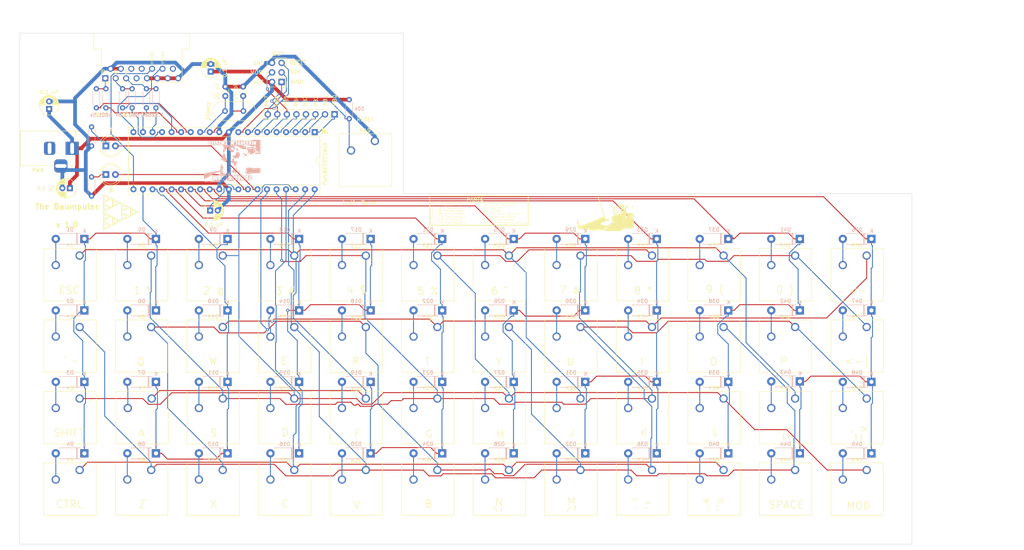
<source format=kicad_pcb>
(kicad_pcb (version 20211014) (generator pcbnew)
  (layers (0 "F.Cu" signal) (31 "B.Cu" signal) (34 "B.Paste" user) (35 "F.Paste" user) (36 "B.SilkS" user "B.Silkscreen") (37 "F.SilkS" user "F.Silkscreen") (38 "B.Mask" user) (39 "F.Mask" user) (44 "Edge.Cuts" user))
  (net 0 "")
  (net 1 "/KC0")
  (net 2 "Net-(D1-Pad2)")
  (net 3 "Net-(D2-Pad2)")
  (net 4 "Net-(D3-Pad2)")
  (net 5 "Net-(D4-Pad2)")
  (net 6 "Net-(D5-Pad2)")
  (net 7 "Net-(D6-Pad2)")
  (net 8 "/KC1")
  (net 9 "Net-(D7-Pad2)")
  (net 10 "Net-(D8-Pad2)")
  (net 11 "Net-(D9-Pad2)")
  (net 12 "Net-(D10-Pad2)")
  (net 13 "Net-(D11-Pad2)")
  (net 14 "Net-(D12-Pad2)")
  (net 15 "Net-(D13-Pad2)")
  (net 16 "Net-(D14-Pad2)")
  (net 17 "Net-(D15-Pad2)")
  (net 18 "Net-(D16-Pad2)")
  (net 19 "Net-(D17-Pad2)")
  (net 20 "Net-(D18-Pad2)")
  (net 21 "/KC3")
  (net 22 "Net-(D19-Pad2)")
  (net 23 "Net-(D20-Pad2)")
  (net 24 "Net-(D21-Pad2)")
  (net 25 "Net-(D22-Pad2)")
  (net 26 "Net-(D23-Pad2)")
  (net 27 "Net-(D24-Pad2)")
  (net 28 "Net-(D25-Pad2)")
  (net 29 "Net-(D26-Pad2)")
  (net 30 "Net-(D27-Pad2)")
  (net 31 "Net-(D28-Pad2)")
  (net 32 "Net-(D29-Pad2)")
  (net 33 "Net-(D30-Pad2)")
  (net 34 "/KC5")
  (net 35 "Net-(D31-Pad2)")
  (net 36 "Net-(D32-Pad2)")
  (net 37 "Net-(D33-Pad2)")
  (net 38 "Net-(D34-Pad2)")
  (net 39 "Net-(D35-Pad2)")
  (net 40 "Net-(D36-Pad2)")
  (net 41 "/KC6")
  (net 42 "Net-(D37-Pad2)")
  (net 43 "Net-(D38-Pad2)")
  (net 44 "Net-(D39-Pad2)")
  (net 45 "Net-(D40-Pad2)")
  (net 46 "Net-(D41-Pad2)")
  (net 47 "Net-(D42-Pad2)")
  (net 48 "/KC7")
  (net 49 "Net-(D43-Pad2)")
  (net 50 "Net-(D44-Pad2)")
  (net 51 "Net-(D45-Pad2)")
  (net 52 "Net-(D46-Pad2)")
  (net 53 "Net-(D47-Pad2)")
  (net 54 "Net-(D48-Pad2)")
  (net 55 "/RED")
  (net 56 "/GREEN")
  (net 57 "/BLUE")
  (net 59 "/HSYNC")
  (net 60 "/VSYNC")
  (net 61 "/PB0")
  (net 62 "/PB1")
  (net 63 "/PB2")
  (net 64 "/PB3")
  (net 67 "Net-(C1-Pad2)")
  (net 68 "/MOSI")
  (net 70 "/KR0")
  (net 71 "/MISO")
  (net 72 "Net-(C2-Pad2)")
  (net 73 "/~RESET")
  (net 74 "Net-(R49-Pad2)")
  (net 75 "/KC2")
  (net 76 "Net-(R50-Pad2)")
  (net 77 "Net-(R51-Pad2)")
  (net 78 "/KC4")
  (net 79 "Net-(R52-Pad2)")
  (net 80 "Net-(R53-Pad2)")
  (net 81 "Net-(R54-Pad2)")
  (net 82 "VCC")
  (net 83 "GND")
  (net 84 "/PB4")
  (net 85 "/PB7")
  (net 86 "/PA7")
  (net 87 "/PA6")
  (net 88 "/KR5")
  (net 89 "/KR4")
  (net 90 "/KR3")
  (net 91 "/KR2")
  (net 92 "/KR1")
  (net 94 "Net-(D49-Pad1)")
  (net 95 "Net-(D50-Pad1)")
  (net 96 "Net-(C3-Pad1)")
  (footprint "Button_Switch_Keyboard:SW_Cherry_MX_1.00u_PCB" (layer "F.Cu") (at 139.7 139.7)
    (fp_text reference "K27")
    (fp_text value "SW_Push")
  )
  (footprint "MountingHole:MountingHole_2.1mm" (layer "F.Cu") (at 14.49 49.1)
    (fp_text reference "REF2" hide)
    (fp_text value "MountingHole_2.1mm")
  )
  (footprint "Button_Switch_Keyboard:SW_Cherry_MX_1.00u_PCB" (layer "F.Cu") (at 44.45 120.65)
    (fp_text reference "K6")
    (fp_text value "SW_Push")
  )
  (footprint "Button_Switch_Keyboard:SW_Cherry_MX_1.00u_PCB" (layer "F.Cu") (at 139.7 120.65)
    (fp_text reference "K26")
    (fp_text value "SW_Push")
  )
  (footprint "MountingHole:MountingHole_2.1mm" (layer "F.Cu") (at 93.16 49.5)
    (fp_text reference "REF1" hide)
    (fp_text value "MountingHole_2.1mm")
  )
  (footprint "Button_Switch_Keyboard:SW_Cherry_MX_1.00u_PCB" (layer "F.Cu") (at 139.7 101.6)
    (fp_text reference "K25")
    (fp_text value "SW_Push")
  )
  (footprint "Connector_PinHeader_2.54mm:PinHeader_1x08_P2.54mm_Vertical" (layer "F.Cu") (at 93.275 63.96 -90)
    (fp_text reference "J3" hide)
    (fp_text value "Conn_01x08_MountingPin")
  )
  (footprint "Capacitor_THT:CP_Radial_D5.0mm_P2.00mm" (layer "F.Cu") (at 17.28 62.52 90)
    (fp_text reference "C5" hide)
    (fp_text value "C")
  )
  (footprint "Package_DIP:DIP-40_W15.24mm_Socket" (layer "F.Cu") (at 87.985 68.705 -90)
    (fp_text reference "U1" hide)
    (fp_text value "ATmega1284-P")
  )
  (footprint "Button_Switch_Keyboard:SW_Cherry_MX_1.00u_PCB" (layer "F.Cu") (at 215.9 158.75)
    (fp_text reference "K44")
    (fp_text value "SW_Push")
  )
  (footprint "Button_Switch_Keyboard:SW_Cherry_MX_1.00u_PCB" (layer "F.Cu") (at 177.8 101.6)
    (fp_text reference "K33")
    (fp_text value "SW_Push")
  )
  (footprint "Button_Switch_Keyboard:SW_Cherry_MX_1.00u_PCB" (layer "F.Cu") (at 25.4 120.65)
    (fp_text reference "K2")
    (fp_text value "SW_Push")
  )
  (footprint "Capacitor_THT:CP_Radial_D5.0mm_P2.00mm" (layer "F.Cu") (at 60.1449 89.59)
    (fp_text reference "C3" hide)
    (fp_text value "0.1 uF")
  )
  (footprint "Button_Switch_Keyboard:SW_Cherry_MX_1.00u_PCB" (layer "F.Cu") (at 177.8 158.75)
    (fp_text reference "K36")
    (fp_text value "SW_Push")
  )
  (footprint "Button_Switch_Keyboard:SW_Cherry_MX_1.00u_PCB" (layer "F.Cu") (at 44.45 158.75)
    (fp_text reference "K8")
    (fp_text value "SW_Push")
  )
  (footprint "LED_THT:LED_D5.0mm_Clear" (layer "F.Cu") (at 32.385 80.01)
    (fp_text reference "D50" hide)
    (fp_text value "LED")
  )
  (footprint "Button_Switch_Keyboard:SW_Cherry_MX_1.00u_PCB" (layer "F.Cu") (at 63.5 158.75)
    (fp_text reference "K12")
    (fp_text value "SW_Push")
  )
  (footprint "Button_Switch_Keyboard:SW_Cherry_MX_1.00u_PCB" (layer "F.Cu") (at 44.45 101.6)
    (fp_text reference "K5")
    (fp_text value "SW_Push")
  )
  (footprint "Button_Switch_Keyboard:SW_Cherry_MX_1.00u_PCB" (layer "F.Cu") (at 82.55 120.65)
    (fp_text reference "K14")
    (fp_text value "SW_Push")
  )
  (footprint "Button_Switch_Keyboard:SW_Cherry_MX_1.00u_PCB" (layer "F.Cu") (at 196.85 120.65)
    (fp_text reference "K38")
    (fp_text value "SW_Push")
  )
  (footprint "Capacitor_THT:CP_Radial_D5.0mm_P2.00mm" (layer "F.Cu") (at 60.3 52.5651 90)
    (fp_text reference "C4" hide)
    (fp_text value "C")
  )
  (footprint "Button_Switch_Keyboard:SW_Cherry_MX_1.00u_PCB" (layer "F.Cu") (at 120.65 139.7)
    (fp_text reference "K23")
    (fp_text value "SW_Push")
  )
  (footprint "Button_Switch_Keyboard:SW_Cherry_MX_1.00u_PCB" (layer "F.Cu") (at 82.55 158.75)
    (fp_text reference "K16")
    (fp_text value "SW_Push")
  )
  (footprint "Button_Switch_Keyboard:SW_Cherry_MX_1.00u_PCB" (layer "F.Cu") (at 63.5 120.65)
    (fp_text reference "K10")
    (fp_text value "SW_Push")
  )
  (footprint "Button_Switch_Keyboard:SW_Cherry_MX_1.00u_PCB" (layer "F.Cu") (at 215.9 139.7)
    (fp_text reference "K43")
    (fp_text value "SW_Push")
  )
  (footprint "Button_Switch_Keyboard:SW_Cherry_MX_1.00u_PCB" (layer "F.Cu") (at 104.01 71.06)
    (fp_text reference "K49")
    (fp_text value "SW_Push")
  )
  (footprint "Button_Switch_Keyboard:SW_Cherry_MX_1.00u_PCB" (layer "F.Cu") (at 234.95 139.7)
    (fp_text reference "K48")
    (fp_text value "SW_Push")
  )
  (footprint "Connector_Dsub:DSUB-15_Female_Horizontal_P2.77x2.54mm_EdgePinOffset9.40mm" (layer "F.Cu") (at 32.235 54.3503 180)
    (fp_text reference "J1" hide)
    (fp_text value "DB15_Female_HighDensity")
  )
  (footprint "Button_Switch_Keyboard:SW_Cherry_MX_1.00u_PCB" (layer "F.Cu") (at 82.55 101.6)
    (fp_text reference "K13")
    (fp_text value "SW_Push")
  )
  (footprint "Images:sierpinski" (layer "F.Cu") (at 36.55 89.97 -90)
    (fp_text reference "G2" hide)
    (fp_text value "LOGO" hide)
  )
  (footprint "MountingHole:MountingHole_2.1mm" (layer "F.Cu") (at 242.6 176.02)
    (fp_text reference "REF4" hide)
    (fp_text value "MountingHole_2.1mm")
  )
  (footprint "Button_Switch_Keyboard:SW_Cherry_MX_1.00u_PCB" (layer "F.Cu") (at 158.75 101.6)
    (fp_text reference "K29")
    (fp_text value "SW_Push")
  )
  (footprint "Button_Switch_Keyboard:SW_Cherry_MX_1.00u_PCB" (layer "F.Cu") (at 82.55 139.7)
    (fp_text reference "K15")
    (fp_text value "SW_Push")
  )
  (footprint "MountingHole:MountingHole_2.1mm" (layer "F.Cu") (at 132.08 175.895)
    (fp_text reference "REF6" hide)
    (fp_text value "MountingHole_2.1mm")
  )
  (footprint "Button_Switch_Keyboard:SW_Cherry_MX_1.00u_PCB" (layer "F.Cu") (at 44.577 139.7)
    (fp_text reference "K7")
    (fp_text value "SW_Push")
  )
  (footprint "Button_Switch_Keyboard:SW_Cherry_MX_1.00u_PCB" (layer "F.Cu") (at 234.95 120.65)
    (fp_text reference "K47")
    (fp_text value "SW_Push")
  )
  (footprint "Button_Switch_Keyboard:SW_Cherry_MX_1.00u_PCB" (layer "F.Cu") (at 139.7 158.75)
    (fp_text reference "K28")
    (fp_text value "SW_Push")
  )
  (footprint "Button_Switch_Keyboard:SW_Cherry_MX_1.00u_PCB" (layer "F.Cu") (at 234.95 101.6)
    (fp_text reference "K46")
    (fp_text value "SW_Push")
  )
  (footprint "Button_Switch_Keyboard:SW_Cherry_MX_1.00u_PCB" (layer "F.Cu") (at 63.5 101.6)
    (fp_text reference "K9")
    (fp_text value "SW_Push")
  )
  (footprint "Capacitor_THT:CP_Radial_D5.0mm_P2.00mm" (layer "F.Cu") (at 22.8 83.64 180)
    (fp_text reference "C6" hide)
    (fp_text value "C")
  )
  (footprint "MountingHole:MountingHole_2.1mm" (layer "F.Cu") (at 12.25 175.65)
    (fp_text reference "REF3" hide)
    (fp_text value "MountingHole_2.1mm")
  )
  (footprint "Button_Switch_Keyboard:SW_Cherry_MX_1.00u_PCB" (layer "F.Cu") (at 101.6 158.75)
    (fp_text reference "K20")
    (fp_text value "SW_Push")
  )
  (footprint "Button_Switch_Keyboard:SW_Cherry_MX_1.00u_PCB" (layer "F.Cu") (at 234.95 158.75)
    (fp_text reference "K45")
    (fp_text value "SW_Push")
  )
  (footprint "Images:cat computer" (layer "F.Cu") (at 165.43 90.66)
    (fp_text reference "G1" hide)
    (fp_text value "LOGO" hide)
  )
  (footprint "Button_Switch_Keyboard:SW_Cherry_MX_1.00u_PCB" (layer "F.Cu") (at 101.6 101.6)
    (fp_text reference "K17")
    (fp_text value "SW_Push")
  )
  (footprint "Button_Switch_Keyboard:SW_Cherry_MX_1.00u_PCB" (layer "F.Cu") (at 177.8 120.65)
    (fp_text reference "K34")
    (fp_text value "SW_Push")
  )
  (footprint "Button_Switch_Keyboard:SW_Cherry_MX_1.00u_PCB" (layer "F.Cu") (at 158.75 158.75)
    (fp_text reference "K32")
    (fp_text value "SW_Push")
  )
  (footprint "Button_Switch_Keyboard:SW_Cherry_MX_1.00u_PCB" (layer "F.Cu") (at 196.85 158.75)
    (fp_text reference "K40")
    (fp_text value "SW_Push")
  )
  (footprint "Button_Switch_Keyboard:SW_Cherry_MX_1.00u_PCB" (layer "F.Cu") (at 158.75 139.7)
    (fp_text reference "K31")
    (fp_text value "SW_Push")
  )
  (footprint "Button_Switch_Keyboard:SW_Cherry_MX_1.00u_PCB" (layer "F.Cu") (at 101.6 120.65)
    (fp_text reference "K18")
    (fp_text value "SW_Push")
  )
  (footprint "Button_Switch_Keyboard:SW_Cherry_MX_1.00u_PCB" (layer "F.Cu") (at 215.9 101.6)
    (fp_text reference "K41")
    (fp_text value "SW_Push")
  )
  (footprint "Button_Switch_Keyboard:SW_Cherry_MX_1.00u_PCB" (layer "F.Cu") (at 196.85 139.7)
    (fp_text reference "K39")
    (fp_text value "SW_Push")
  )
  (footprint "Button_Switch_Keyboard:SW_Cherry_MX_1.00u_PCB" (layer "F.Cu") (at 120.65 101.6)
    (fp_text reference "K21")
    (fp_text value "SW_Push")
  )
  (footprint "Connector_PinHeader_2.54mm:PinHeader_2x03_P2.54mm_Vertical" (layer "F.Cu") (at 79.17 55.33 180)
    (fp_text reference "J2" hide)
    (fp_text value "Conn_02x03_Odd_Even")
  )
  (footprint "Connector_BarrelJack:BarrelJack_Horizontal" (layer "F.Cu") (at 23.4 73.0225)
    (fp_text reference "J5" hide)
    (fp_text value "Barrel_Jack_Switch_Pin3Ring")
  )
  (footprint "Capacitor_THT:C_Disc_D3.0mm_W1.6mm_P2.50mm" (layer "F.Cu") (at 68.94 56.56 -90)
    (fp_text reference "C2" hide)
    (fp_text value "20 pF")
  )
  (footprint "Button_Switch_Keyboard:SW_Cherry_MX_1.00u_PCB" (layer "F.Cu") (at 196.85 101.6)
    (fp_text reference "K37")
    (fp_text value "SW_Push")
  )
  (footprint "LED_THT:LED_D5.0mm_Clear" (layer "F.Cu") (at 32.385 72.39)
    (fp_text reference "D49" hide)
    (fp_text value "LED")
  )
  (footprint "Button_Switch_Keyboard:SW_Cherry_MX_1.00u_PCB" (layer "F.Cu") (at 25.4 139.7)
    (fp_text reference "K3")
    (fp_text value "SW_Push")
  )
  (footprint "Button_Switch_Keyboard:SW_Cherry_MX_1.00u_PCB" (layer "F.Cu") (at 120.65 158.75)
    (fp_text reference "K24")
    (fp_text value "SW_Push")
  )
  (footprint "Capacitor_THT:C_Disc_D3.0mm_W1.6mm_P2.50mm" (layer "F.Cu") (at 64.19 56.58 -90)
    (fp_text reference "C1" hide)
    (fp_text value "20 pF")
  )
  (footprint "Button_Switch_Keyboard:SW_Cherry_MX_1.00u_PCB" (layer "F.Cu") (at 25.4 101.6)
    (fp_text reference "K1")
    (fp_text value "SW_Push")
  )
  (footprint "Button_Switch_Keyboard:SW_Cherry_MX_1.00u_PCB" (layer "F.Cu") (at 215.9 120.65)
    (fp_text reference "K42")
    (fp_text value "SW_Push")
  )
  (footprint "Button_Switch_Keyboard:SW_Cherry_MX_1.00u_PCB" (layer "F.Cu") (at 101.6 139.7)
    (fp_text reference "K19")
    (fp_text value "SW_Push")
  )
  (footprint "Button_Switch_Keyboard:SW_Cherry_MX_1.00u_PCB" (layer "F.Cu") (at 177.8 139.7)
    (fp_text reference "K35")
    (fp_text value "SW_Push")
  )
  (footprint "Button_Switch_Keyboard:SW_Cherry_MX_1.00u_PCB" (layer "F.Cu") (at 63.5 139.7)
    (fp_text reference "K11")
    (fp_text value "SW_Push")
  )
  (footprint "Button_Switch_Keyboard:SW_Cherry_MX_1.00u_PCB" (layer "F.Cu") (at 120.65 120.65)
    (fp_text reference "K22")
    (fp_text value "SW_Push")
  )
  (footprint "Button_Switch_Keyboard:SW_Cherry_MX_1.00u_PCB" (layer "F.Cu") (at 25.4 158.75)
    (fp_text reference "K4")
    (fp_text value "SW_Push")
  )
  (footprint "Crystal:Crystal_HC49-U_Vertical" (layer "F.Cu") (at 68.995 63.085 180)
    (fp_text reference "Y1" hide)
    (fp_text value "20MHz")
  )
  (footprint "MountingHole:MountingHole_2.1mm" (layer "F.Cu") (at 242.03 94.17)
    (fp_text reference "REF7" hide)
    (fp_text value "MountingHole_2.1mm")
  )
  (footprint "Button_Switch_Keyboard:SW_Cherry_MX_1.00u_PCB" (layer "F.Cu") (at 158.75 120.65)
    (fp_text reference "K30")
    (fp_text value "SW_Push")
  )
  (footprint "Diode_THT:D_DO-41_SOD81_P7.62mm_Horizontal" (layer "B.Cu") (at 236.22 154.305 180)
    (fp_text reference "D45")
    (fp_text value "D")
  )
  (footprint "Diode_THT:D_DO-41_SOD81_P7.62mm_Horizontal" (layer "B.Cu") (at 102.87 97.155 180)
    (fp_text reference "D17")
    (fp_text value "D")
  )
  (footprint "Diode_THT:D_DO-41_SOD81_P7.62mm_Horizontal" (layer "B.Cu") (at 140.97 97.155 180)
    (fp_text reference "D25")
    (fp_text value "D")
  )
  (footprint "Diode_THT:D_DO-41_SOD81_P7.62mm_Horizontal" (layer "B.Cu") (at 121.92 135.255 180)
    (fp_text reference "D23")
    (fp_text value "D")
  )
  (footprint "Diode_THT:D_DO-41_SOD81_P7.62mm_Horizontal" (layer "B.Cu") (at 45.72 135.255 180)
    (fp_text reference "D7")
    (fp_text value "D")
  )
  (footprint "Resistor_THT:R_Axial_DIN0204_L3.6mm_D1.6mm_P5.08mm_Horizontal" (layer "B.Cu") (at 29.845 57.15 -90)
    (fp_text reference "R50" hide)
    (fp_text value "1.5k")
  )
  (footprint "Diode_THT:D_DO-41_SOD81_P7.62mm_Horizontal" (layer "B.Cu") (at 198.12 97.155 180)
    (fp_text reference "D37")
    (fp_text value "D")
  )
  (footprint "Diode_THT:D_DO-41_SOD81_P7.62mm_Horizontal" (layer "B.Cu") (at 217.17 97.155 180)
    (fp_text reference "D41")
    (fp_text value "D" hide)
  )
  (footprint "Diode_THT:D_DO-41_SOD81_P7.62mm_Horizontal" (layer "B.Cu") (at 140.97 154.305 180)
    (fp_text reference "D28")
    (fp_text value "D")
  )
  (footprint "Diode_THT:D_DO-41_SOD81_P7.62mm_Horizontal" (layer "B.Cu") (at 64.77 135.255 180)
    (fp_text reference "D11")
    (fp_text value "D")
  )
  (footprint "Diode_THT:D_DO-41_SOD81_P7.62mm_Horizontal" (layer "B.Cu") (at 217.17 135.128 180)
    (fp_text reference "D43")
    (fp_text value "D")
  )
  (footprint "Resistor_THT:R_Axial_DIN0204_L3.6mm_D1.6mm_P5.08mm_Horizontal" (layer "B.Cu") (at 28.575 72.39 90)
    (fp_text reference "R1" hide)
    (fp_text value "R")
  )
  (footprint "Resistor_THT:R_Axial_DIN0204_L3.6mm_D1.6mm_P5.08mm_Horizontal" (layer "B.Cu") (at 39.37 57.15 -90)
    (fp_text reference "R52" hide)
    (fp_text value "680")
  )
  (footprint "Diode_THT:D_DO-41_SOD81_P7.62mm_Horizontal" (layer "B.Cu") (at 121.92 97.155 180)
    (fp_text reference "D21")
    (fp_text value "D")
  )
  (footprint "Diode_THT:D_DO-41_SOD81_P7.62mm_Horizontal" (layer "B.Cu") (at 140.97 135.255 180)
    (fp_text reference "D27")
    (fp_text value "D")
  )
  (footprint "Diode_THT:D_DO-41_SOD81_P7.62mm_Horizontal" (layer "B.Cu") (at 179.07 135.255 180)
    (fp_text reference "D35")
    (fp_text value "D")
  )
  (footprint "Diode_THT:D_DO-41_SOD81_P7.62mm_Horizontal" (layer "B.Cu") (at 83.82 154.305 180)
    (fp_text reference "D16")
    (fp_text value "D")
  )
  (footprint "Diode_THT:D_DO-41_SOD81_P7.62mm_Horizontal" (layer "B.Cu") (at 102.87 135.255 180)
    (fp_text reference "D19")
    (fp_text value "D")
  )
  (footprint "Diode_THT:D_DO-41_SOD81_P7.62mm_Horizontal" (layer "B.Cu") (at 217.17 116.205 180)
    (fp_text reference "D42")
    (fp_text value "D")
  )
  (footprint "Diode_THT:D_DO-41_SOD81_P7.62mm_Horizontal" (layer "B.Cu") (at 160.02 135.255 180)
    (fp_text reference "D31")
    (fp_text value "D")
  )
  (footprint "Diode_THT:D_DO-41_SOD81_P7.62mm_Horizontal" (layer "B.Cu") (at 198.12 116.205 180)
    (fp_text reference "D38")
    (fp_text value "D")
  )
  (footprint "Diode_THT:D_DO-41_SOD81_P7.62mm_Horizontal" (layer "B.Cu") (at 83.82 135.255 180)
    (fp_text reference "D15")
    (fp_text value "D")
  )
  (footprint "Diode_THT:D_DO-41_SOD81_P7.62mm_Horizontal" (layer "B.Cu") (at 179.07 116.205 180)
    (fp_text reference "D34")
    (fp_text value "D")
  )
  (footprint "Diode_THT:D_DO-41_SOD81_P7.62mm_Horizontal" (layer "B.Cu") (at 64.77 116.205 180)
    (fp_text reference "D10")
    (fp_text value "D")
  )
  (footprint "Resistor_THT:R_Axial_DIN0204_L3.6mm_D1.6mm_P5.08mm_Horizontal" (layer "B.Cu") (at 43.18 57.15 -90)
    (fp_text reference "R53" hide)
    (fp_text value "680")
  )
  (footprint "Diode_THT:D_DO-41_SOD81_P7.62mm_Horizontal" (layer "B.Cu") (at 198.12 154.305 180)
    (fp_text reference "D40")
    (fp_text value "D")
  )
  (footprint "Diode_THT:D_DO-41_SOD81_P7.62mm_Horizontal" (layer "B.Cu") (at 83.82 97.155 180)
    (fp_text reference "D13")
    (fp_text value "D")
  )
  (footprint "Diode_THT:D_DO-41_SOD81_P7.62mm_Horizontal" (layer "B.Cu") (at 160.02 97.155 180)
    (fp_text reference "D29")
    (fp_text value "D")
  )
  (footprint "Diode_THT:D_DO-41_SOD81_P7.62mm_Horizontal" (layer "B.Cu") (at 45.72 116.205 180)
    (fp_text reference "D6")
    (fp_text value "D")
  )
  (footprint "Diode_THT:D_DO-41_SOD81_P7.62mm_Horizontal" (layer "B.Cu") (at 45.72 97.155 180)
    (fp_text reference "D5")
    (fp_text value "D")
  )
  (footprint "Diode_THT:D_DO-41_SOD81_P7.62mm_Horizontal" (layer "B.Cu") (at 64.77 154.305 180)
    (fp_text reference "D12")
    (fp_text value "D")
  )
  (footprint "Diode_THT:D_DO-41_SOD81_P7.62mm_Horizontal" (layer "B.Cu") (at 160.02 154.305 180)
    (fp_text reference "D32")
    (fp_text value "D")
  )
  (footprint "Diode_THT:D_DO-41_SOD81_P7.62mm_Horizontal" (layer "B.Cu") (at 217.17 154.305 180)
    (fp_text reference "D44")
    (fp_text value "D")
  )
  (footprint "Resistor_THT:R_Axial_DIN0204_L3.6mm_D1.6mm_P5.08mm_Horizontal" (layer "B.Cu") (at 32.385 57.15 -90)
    (fp_text reference "R54" hide)
    (fp_text value "680")
  )
  (footprint "Diode_THT:D_DO-41_SOD81_P7.62mm_Horizontal" (layer "B.Cu") (at 45.72 154.305 180)
    (fp_text reference "D8")
    (fp_text value "D")
  )
  (footprint "Diode_THT:D_DO-41_SOD81_P7.62mm_Horizontal" (layer "B.Cu") (at 64.77 97.155 180)
    (fp_text reference "D9")
    (fp_text value "D")
  )
  (footprint "Diode_THT:D_DO-41_SOD81_P7.62mm_Horizontal" (layer "B.Cu") (at 83.82 116.205 180)
    (fp_text reference "D14")
    (fp_text value "D")
  )
  (footprint "Resistor_THT:R_Axial_DIN0204_L3.6mm_D1.6mm_P5.08mm_Horizontal" (layer "B.Cu") (at 28.575 85.725 90)
    (fp_text reference "R2" hide)
    (fp_text value "R")
  )
  (footprint "Diode_THT:D_DO-41_SOD81_P7.62mm_Horizontal" (layer "B.Cu") (at 102.87 154.305 180)
    (fp_text reference "D20")
    (fp_text value "D")
  )
  (footprint "Diode_THT:D_DO-41_SOD81_P7.62mm_Horizontal" (layer "B.Cu") (at 236.22 97.155 180)
    (fp_text reference "D46")
    (fp_text value "D")
  )
  (footprint "Diode_THT:D_DO-41_SOD81_P7.62mm_Horizontal" (layer "B.Cu") (at 102.87 116.205 180)
    (fp_text reference "D18")
    (fp_text value "D")
  )
  (footprint "Diode_THT:D_DO-41_SOD81_P7.62mm_Horizontal" (layer "B.Cu") (at 236.22 116.205 180)
    (fp_text reference "D47")
    (fp_text value "D")
  )
  (footprint "Diode_THT:D_DO-41_SOD81_P7.62mm_Horizontal" (layer "B.Cu") (at 121.92 154.305 180)
    (fp_text reference "D24")
    (fp_text value "D")
  )
  (footprint "Diode_THT:D_DO-41_SOD81_P7.62mm_Horizontal" (layer "B.Cu") (at 121.92 116.205 180)
    (fp_text reference "D22")
    (fp_text value "D")
  )
  (footprint "Resistor_THT:R_Axial_DIN0204_L3.6mm_D1.6mm_P5.08mm_Horizontal" (layer "B.Cu") (at 36.83 57.15 -90)
    (fp_text reference "R49" hide)
    (fp_text value "1.5k")
  )
  (footprint "Resistor_THT:R_Axial_DIN0204_L3.6mm_D1.6mm_P5.08mm_Horizontal" (layer "B.Cu") (at 97.17 60.05 -90)
    (fp_text reference "R3" hide)
    (fp_text value "R")
  )
  (footprint "Diode_THT:D_DO-41_SOD81_P7.62mm_Horizontal" (layer "B.Cu") (at 26.67 154.305 180)
    (fp_text reference "D4")
    (fp_text value "D")
  )
  (footprint "Diode_THT:D_DO-41_SOD81_P7.62mm_Horizontal" (layer "B.Cu") (at 26.67 135.255 180)
    (fp_text reference "D3")
    (fp_text value "D")
  )
  (footprint "Resistor_THT:R_Axial_DIN0204_L3.6mm_D1.6mm_P5.08mm_Horizontal" (layer "B.Cu") (at 45.72 57.15 -90)
    (fp_text reference "R51" hide)
    (fp_text value "1.5k")
  )
  (footprint "Diode_THT:D_DO-41_SOD81_P7.62mm_Horizontal" (layer "B.Cu") (at 26.67 97.155 180)
    (fp_text reference "D1")
    (fp_text value "D")
  )
  (footprint "Diode_THT:D_DO-41_SOD81_P7.62mm_Horizontal" (layer "B.Cu") (at 179.07 97.155 180)
    (fp_text reference "D33")
    (fp_text value "D")
  )
  (footprint "Diode_THT:D_DO-41_SOD81_P7.62mm_Horizontal" (layer "B.Cu") (at 26.67 116.205 180)
    (fp_text reference "D2")
    (fp_text value "D")
  )
  (footprint "Diode_THT:D_DO-41_SOD81_P7.62mm_Horizontal" (layer "B.Cu") (at 198.12 135.255 180)
    (fp_text reference "D39")
    (fp_text value "D")
  )
  (footprint "Diode_THT:D_DO-41_SOD81_P7.62mm_Horizontal" (layer "B.Cu") (at 140.97 116.205 180)
    (fp_text reference "D26")
    (fp_text value "D")
  )
  (footprint "Images:fast" (layer "B.Cu") (at 66.05 76.4 180)
    (fp_text reference "G3" hide)
    (fp_text value "LOGO" hide)
  )
  (footprint "Diode_THT:D_DO-41_SOD81_P7.62mm_Horizontal" (layer "B.Cu") (at 236.22 135.255 180)
    (fp_text reference "D48")
    (fp_text value "D")
  )
  (footprint "Diode_THT:D_DO-41_SOD81_P7.62mm_Horizontal" (layer "B.Cu") (at 179.07 154.305 180)
    (fp_text reference "D36")
    (fp_text value "D")
  )
  (footprint "Diode_THT:D_DO-41_SOD81_P7.62mm_Horizontal" (layer "B.Cu") (at 160.02 116.205 180)
    (fp_text reference "D30")
    (fp_text value "D")
  )
  (gr_rect (start 118.62 85.67) (end 144.84 93.51) (layer "F.SilkS") (width 0.15) (fill none))
  (gr_poly (pts (xy 91.661 69.01) (xy 90.01 69.01) (xy 90.01 67.613)) (layer "F.SilkS") (width 0.15) (fill solid))
  (gr_rect (start 118.69 87.47) (end 144.84 93.51) (layer "F.SilkS") (width 0.15) (fill none))
  (gr_poly (pts (xy 111.59 85.1) (xy 247 85.1) (xy 247 178.5) (xy 9.45 178.5) (xy 9.45 42.32) (xy 111.59 42.32)) (layer "Edge.Cuts") (width 0.1) (fill none))
  (gr_text "10k\n" (at 99.91 62.48) (layer "B.SilkS") (effects (font (size 1 1)) (justify mirror)))
  (gr_text "ICSP\n" (at 78.14 47.840013) (layer "F.SilkS") (effects (font (size 1 1))))
  (gr_text "O" (at 194.2 129.85) (layer "F.SilkS") (effects (font (size 2 2))))
  (gr_text "VCC\n" (at 73.03 55.370013) (layer "F.SilkS") (effects (font (size 1 1))))
  (gr_text "C" (at 80.04 167.79) (layer "F.SilkS") (effects (font (size 2 2))))
  (gr_text "0.1 uF" (at 64.05 51.690013 90) (layer "F.SilkS") (effects (font (size 1 1))))
  (gr_text "RESET" (at 101.46 65.35) (layer "F.SilkS") (effects (font (size 1 1))))
  (gr_text "<-" (at 232.58 110.82) (layer "F.SilkS") (effects (font (size 2 2))))
  (gr_text "1 x Atmega1284-PU			4 x 0.1 uF Capacitors\n2 x 18 pF Capacitors		2 x Red LEDs\n1 x 20 MHz Oscillator		48 x Diodes\n3 x 680 Ohm Resistor		1 x VGA Horizontal Mount\n3 x 1.5k Ohm Resistor		1 x Barrel Jack Mount\n1 x 2x3 Pin Headers			1 x 1x5 Pin Headers\n2 x 220 Ohm Resistors		48 x Cherry/Outemu Switches" (at 119.13 90.45) (layer "F.SilkS") (effects (font (size 0.5 0.5) (thickness 0.05)) (justify left)))
  (gr_text "CTRL" (at 22.65 167.85) (layer "F.SilkS") (effects (font (size 2 2))))
  (gr_text "` ~" (at 23.05 129.78) (layer "F.SilkS") (effects (font (size 2 2))))
  (gr_text "7 &" (at 156.12 110.77) (layer "F.SilkS") (effects (font (size 2 2))))
  (gr_text "R" (at 98.97 129.73) (layer "F.SilkS") (effects (font (size 2 2))))
  (gr_text "/ ?" (at 156.35 169.05) (layer "F.SilkS") (effects (font (size 1 1))))
  (gr_text "B\n" (at 33.78 84.15) (layer "F.SilkS") (effects (font (size 1 1))))
  (gr_text "RED\n" (at 31.115 64.135) (layer "F.SilkS") (effects (font (size 1 1))))
  (gr_text "GND\n" (at 73.05 50.330013) (layer "F.SilkS") (effects (font (size 1 1))))
  (gr_text "B" (at 37.83 52.58) (layer "F.SilkS") (effects (font (size 1 1))))
  (gr_text "3 #" (at 80.12 111.11) (layer "F.SilkS") (effects (font (size 2 2))))
  (gr_text "K" (at 175.57 148.9) (layer "F.SilkS") (effects (font (size 2 2))))
  (gr_text "\\ |" (at 137 169.17) (layer "F.SilkS") (effects (font (size 1 1))))
  (gr_text "X" (at 61.1 167.79) (layer "F.SilkS") (effects (font (size 2 2))))
  (gr_text "M" (at 156.35 167.17) (layer "F.SilkS") (effects (font (size 2 2))))
  (gr_text "5 %" (at 118.13 111.08) (layer "F.SilkS") (effects (font (size 2 2))))
  (gr_text "20MHz" (at 59.72 63.170013 90) (layer "F.SilkS") (effects (font (size 1 1))))
  (gr_text "<-|" (at 232.52 129.68) (layer "F.SilkS") (effects (font (size 2 2))))
  (gr_text "S" (at 61.1 148.91) (layer "F.SilkS") (effects (font (size 2 2))))
  (gr_text "' {dblquote}" (at 175 169.67) (layer "F.SilkS") (effects (font (size 2 2))))
  (gr_text "6 ^" (at 137.2 111.03) (layer "F.SilkS") (effects (font (size 2 2))))
  (gr_text "PB0" (at 93.27 60.27 90) (layer "F.SilkS") (effects (font (size 1 1))))
  (gr_text "0 )" (at 213.19 110.73) (layer "F.SilkS") (effects (font (size 2 2))))
  (gr_text "0.1 uF" (at 16.43 83.69) (layer "F.SilkS") (effects (font (size 1 1))))
  (gr_text "MOSI\n" (at 72.64 52.790013) (layer "F.SilkS") (effects (font (size 1 1))))
  (gr_text "G" (at 35.01 52.61) (layer "F.SilkS") (effects (font (size 1 1))))
  (gr_text "GREEN\n" (at 38.1 64.135) (layer "F.SilkS") (effects (font (size 1 1))))
  (gr_text "The Baumputer\n\nv 1.0" (at 22.01 90.98) (layer "F.SilkS") (effects (font (size 1.5 1.5) (thickness 0.3))))
  (gr_text "E" (at 79.94 129.61) (layer "F.SilkS") (effects (font (size 2 2))))
  (gr_text "9 (" (at 194.47 110.56) (layer "F.SilkS") (effects (font (size 2 2))))
  (gr_text "B" (at 118.23 167.79) (layer "F.SilkS") (effects (font (size 2 2))))
  (gr_text "ESC" (at 22.65 110.78) (layer "F.SilkS") (effects (font (size 2 2))))
  (gr_text "VSYNC" (at 47.52 48.79 90) (layer "F.SilkS") (effects (font (size 0.75 0.75) (thickness 0.1))))
  (gr_text ", <" (at 213.53 147.32) (layer "F.SilkS") (effects (font (size 2 2))))
  (gr_text "J" (at 156.44 148.93) (layer "F.SilkS") (effects (font (size 2 2))))
  (gr_text "G" (at 118.45 149.19) (layer "F.SilkS") (effects (font (size 2 2))))
  (gr_text "PB2" (at 88.29 60.41 90) (layer "F.SilkS") (effects (font (size 1 1))))
  (gr_text "R" (at 31.68 52.64) (layer "F.SilkS") (effects (font (size 1 1))))
  (gr_text "4 $\n" (at 99.15 110.85) (layer "F.SilkS") (effects (font (size 2 2))))
  (gr_text "2 @" (at 61.25 110.95) (layer "F.SilkS") (effects (font (size 2 2))))
  (gr_text "PB1" (at 90.78 60.27 90) (layer "F.SilkS") (effects (font (size 1 1))))
  (gr_text "+ =" (at 194.23 166.83) (layer "F.SilkS") (effects (font (size 2 2))))
  (gr_text "PB3" (at 85.47 60.41 90) (layer "F.SilkS") (effects (font (size 1 1))))
  (gr_text "MOD\n" (at 232.76 168.34) (layer "F.SilkS") (effects (font (size 2 2))))
  (gr_text "ATMEGA1284PU" (at 90.64 77.12 270) (layer "F.SilkS") (effects (font (size 1 1))))
  (gr_text "PB5\n" (at 80.44 60.41 90) (layer "F.SilkS") (effects (font (size 1 1))))
  (gr_text "; :" (at 193.93 168.47) (layer "F.SilkS") (effects (font (size 2 2))))
  (gr_text "U" (at 156.09 129.88) (layer "F.SilkS") (effects (font (size 2 2))))
  (gr_text "~{RESET}\n" (at 83.56 50.330013) (layer "F.SilkS") (effects (font (size 1 1))))
  (gr_text "N" (at 137.06 167.29) (layer "F.SilkS") (effects (font (size 2 2))))
  (gr_text "PWR\n" (at 14.3 78.88) (layer "F.SilkS") (effects (font (size 1 1))))
  (gr_text "SCK" (at 82.78 52.620013) (layer "F.SilkS") (effects (font (size 1 1))))
  (gr_text "PB4" (at 83.07 60.41 90) (layer "F.SilkS") (effects (font (size 1 1))))
  (gr_text "SHIFT" (at 22.58 148.84) (layer "F.SilkS") (effects (font (size 2 2))))
  (gr_text "PARTS" (at 130.66 86.62) (layer "F.SilkS") (effects (font (size 1 1))))
  (gr_text "8 *" (at 175.45 110.9) (layer "F.SilkS") (effects (font (size 2 2))))
  (gr_text "Y" (at 137.06 129.96) (layer "F.SilkS") (effects (font (size 2 2))))
  (gr_text "V" (at 99.14 168.09) (layer "F.SilkS") (effects (font (size 2 2))))
  (gr_text "A" (at 33.78 68.11) (layer "F.SilkS") (effects (font (size 1 1))))
  (gr_text "T" (at 118.01 129.87) (layer "F.SilkS") (effects (font (size 2 2))))
  (gr_text "BLUE" (at 44.45 64.135) (layer "F.SilkS") (effects (font (size 1 1))))
  (gr_text "H" (at 137.38 149.19) (layer "F.SilkS") (effects (font (size 2 2))))
  (gr_text "- _" (at 174.71 166.39) (layer "F.SilkS") (effects (font (size 2 2))))
  (gr_text "Z" (at 42.01 167.86) (layer "F.SilkS") (effects (font (size 2 2))))
  (gr_text "P" (at 212.87 129.7) (layer "F.SilkS") (effects (font (size 2 2))))
  (gr_text ". >" (at 232.96 147.67) (layer "F.SilkS") (effects (font (size 2 2))))
  (gr_text "W" (at 60.91 129.61) (layer "F.SilkS") (effects (font (size 2 2))))
  (gr_text "0.1 uF" (at 17.25 58.05) (layer "F.SilkS") (effects (font (size 1 1))))
  (gr_text "L\n" (at 194.68 148.53) (layer "F.SilkS") (effects (font (size 2 2))))
  (gr_text "] }" (at 232.78 150.06) (layer "F.SilkS") (effects (font (size 1 1))))
  (gr_text "D" (at 80.12 148.77) (layer "F.SilkS") (effects (font (size 2 2))))
  (gr_text "PB7" (at 75.23 60.45 90) (layer "F.SilkS") (effects (font (size 1 1))))
  (gr_text "Q" (at 41.64 129.98) (layer "F.SilkS") (effects (font (size 2 2))))
  (gr_text "I" (at 175.11 129.88) (layer "F.SilkS") (effects (font (size 2 2))))
  (gr_text "SPACE" (at 213.55 168.01) (layer "F.SilkS") (effects (font (size 2 2))))
  (gr_text "MISO\n" (at 83.19 55.370013) (layer "F.SilkS") (effects (font (size 1 1))))
  (gr_text "HSYNC" (at 44.71 48.76 90) (layer "F.SilkS") (effects (font (size 0.75 0.75) (thickness 0.1))))
  (gr_text "PB6\n" (at 77.95 60.41 90) (layer "F.SilkS") (effects (font (size 1 1))))
  (gr_text "[ {" (at 213.53 149.72) (layer "F.SilkS") (effects (font (size 1 1))))
  (gr_text "A" (at 41.95 148.91) (layer "F.SilkS") (effects (font (size 2 2))))
  (gr_text "F" (at 99.26 149.06) (layer "F.SilkS") (effects (font (size 2 2))))
  (gr_text "1 !" (at 41.9 110.86) (layer "F.SilkS") (effects (font (size 2 2))))
  (gr_text "Justin Baum" (at 99.81 87.47) (layer "F.SilkS") (effects (font (size 1 1))))
  (segment (start 42.6698 95.6299) (end 29.7202 95.6299) (width 0.25) (layer "F.Cu") (net 1))
  (segment (start 28.1951 97.155) (end 26.67 97.155) (width 0.25) (layer "F.Cu") (net 1))
  (segment (start 44.1949 97.155) (end 42.6698 95.6299) (width 0.25) (layer "F.Cu") (net 1))
  (segment (start 29.7202 95.6299) (end 28.1951 97.155) (width 0.25) (layer "F.Cu") (net 1))
  (segment (start 45.72 97.155) (end 44.1949 97.155) (width 0.25) (layer "F.Cu") (net 1))
  (segment (start 26.936 102.854) (end 26.6129 103.177) (width 0.25) (layer "B.Cu") (net 1))
  (segment (start 42.265 92.1749) (end 42.265 83.945) (width 0.25) (layer "B.Cu") (net 1))
  (segment (start 45.72 97.155) (end 45.72 95.6299) (width 0.25) (layer "B.Cu") (net 1))
  (segment (start 26.6129 141.277) (end 26.6129 152.723) (width 0.25) (layer "B.Cu") (net 1))
  (segment (start 26.67 136.78) (end 26.9477 137.058) (width 0.25) (layer "B.Cu") (net 1))
  (segment (start 26.2132 124.298) (end 23.8548 121.939) (width 0.25) (layer "B.Cu") (net 1))
  (segment (start 45.6643 114.624) (end 45.72 114.68) (width 0.25) (layer "B.Cu") (net 1))
  (segment (start 26.67 98.6801) (end 26.936 98.9461) (width 0.25) (layer "B.Cu") (net 1))
  (segment (start 26.2132 133.273) (end 26.2132 124.298) (width 0.25) (layer "B.Cu") (net 1))
  (segment (start 26.9477 140.942) (end 26.6129 141.277) (width 0.25) (layer "B.Cu") (net 1))
  (segment (start 45.6643 104.572) (end 45.6643 114.624) (width 0.25) (layer "B.Cu") (net 1))
  (segment (start 26.67 133.73) (end 26.2132 133.273) (width 0.25) (layer "B.Cu") (net 1))
  (segment (start 26.67 116.205) (end 26.67 115.442) (width 0.25) (layer "B.Cu") (net 1))
  (segment (start 46.0172 98.9773) (end 46.0172 104.219) (width 0.25) (layer "B.Cu") (net 1))
  (segment (start 26.67 97.155) (end 26.67 98.6801) (width 0.25) (layer "B.Cu") (net 1))
  (segment (start 23.8548 118.258) (end 26.67 115.442) (width 0.25) (layer "B.Cu") (net 1))
  (segment (start 46.0172 104.219) (end 45.6643 104.572) (width 0.25) (layer "B.Cu") (net 1))
  (segment (start 45.72 97.155) (end 45.72 98.6801) (width 0.25) (layer "B.Cu") (net 1))
  (segment (start 26.6129 114.623) (end 26.67 114.68) (width 0.25) (layer "B.Cu") (net 1))
  (segment (start 45.72 98.6801) (end 46.0172 98.9773) (width 0.25) (layer "B.Cu") (net 1))
  (segment (start 26.67 114.68) (end 26.67 115.442) (width 0.25) (layer "B.Cu") (net 1))
  (segment (start 23.8548 121.939) (end 23.8548 118.258) (width 0.25) (layer "B.Cu") (net 1))
  (segment (start 26.6129 103.177) (end 26.6129 114.623) (width 0.25) (layer "B.Cu") (net 1))
  (segment (start 26.6129 152.723) (end 26.67 152.78) (width 0.25) (layer "B.Cu") (net 1))
  (segment (start 26.67 152.78) (end 26.67 154.305) (width 0.25) (layer "B.Cu") (net 1))
  (segment (start 26.67 135.255) (end 26.67 133.73) (width 0.25) (layer "B.Cu") (net 1))
  (segment (start 45.72 95.6299) (end 42.265 92.1749) (width 0.25) (layer "B.Cu") (net 1))
  (segment (start 26.936 98.9461) (end 26.936 102.854) (width 0.25) (layer "B.Cu") (net 1))
  (segment (start 26.9477 137.058) (end 26.9477 140.942) (width 0.25) (layer "B.Cu") (net 1))
  (segment (start 45.72 114.68) (end 45.72 116.205) (width 0.25) (layer "B.Cu") (net 1))
  (segment (start 26.67 135.255) (end 26.67 136.78) (width 0.25) (layer "B.Cu") (net 1))
  (segment (start 19.05 97.155) (end 19.05 104.14) (width 0.25) (layer "B.Cu") (net 2))
  (segment (start 19.05 116.205) (end 19.05 123.19) (width 0.25) (layer "B.Cu") (net 3))
  (segment (start 19.05 135.255) (end 19.05 142.24) (width 0.25) (layer "B.Cu") (net 4))
  (segment (start 19.05 154.305) (end 19.05 161.29) (width 0.25) (layer "B.Cu") (net 5))
  (segment (start 38.1 97.155) (end 38.1 104.14) (width 0.25) (layer "B.Cu") (net 6))
  (segment (start 38.1 116.205) (end 38.1 123.19) (width 0.25) (layer "B.Cu") (net 7))
  (segment (start 48.7702 155.83) (end 61.7198 155.83) (width 0.25) (layer "F.Cu") (net 8))
  (segment (start 47.2451 154.305) (end 48.7702 155.83) (width 0.25) (layer "F.Cu") (net 8))
  (segment (start 63.2449 154.305) (end 64.77 154.305) (width 0.25) (layer "F.Cu") (net 8))
  (segment (start 45.72 154.305) (end 47.2451 154.305) (width 0.25) (layer "F.Cu") (net 8))
  (segment (start 61.7198 155.83) (end 63.2449 154.305) (width 0.25) (layer "F.Cu") (net 8))
  (segment (start 47.0795 85.5021) (end 46.0301 84.4527) (width 0.25) (layer "B.Cu") (net 8))
  (segment (start 64.77 152.78) (end 64.77 154.305) (width 0.25) (layer "B.Cu") (net 8))
  (segment (start 47.6539 85.5021) (end 47.0795 85.5021) (width 0.25) (layer "B.Cu") (net 8))
  (segment (start 64.77 133.73) (end 64.7129 133.673) (width 0.25) (layer "B.Cu") (net 8))
  (segment (start 45.72 136.78) (end 46.1083 137.168) (width 0.25) (layer "B.Cu") (net 8))
  (segment (start 45.72 142.744) (end 45.72 154.305) (width 0.25) (layer "B.Cu") (net 8))
  (segment (start 64.7129 122.227) (end 65.0477 121.892) (width 0.25) (layer "B.Cu") (net 8))
  (segment (start 65.0477 115.72) (end 64.77 115.442) (width 0.25) (layer "B.Cu") (net 8))
  (segment (start 64.77 135.255) (end 64.77 136.78) (width 0.25) (layer "B.Cu") (net 8))
  (segment (start 64.0854 113.995) (end 64.77 114.68) (width 0.25) (layer "B.Cu") (net 8))
  (segment (start 46.0301 84.4527) (end 46.0301 83.945) (width 0.25) (layer "B.Cu") (net 8))
  (segment (start 65.0477 121.892) (end 65.0477 115.72) (width 0.25) (layer "B.Cu") (net 8))
  (segment (start 64.7143 152.724) (end 64.77 152.78) (width 0.25) (layer "B.Cu") (net 8))
  (segment (start 64.77 97.155) (end 64.77 98.6801) (width 0.25) (layer "B.Cu") (net 8))
  (segment (start 64.77 115.442) (end 64.77 116.205) (width 0.25) (layer "B.Cu") (net 8))
  (segment (start 61.9687 99.8169) (end 61.9687 102.251) (width 0.25) (layer "B.Cu") (net 8))
  (segment (start 45.72 135.255) (end 45.72 136.78) (width 0.25) (layer "B.Cu") (net 8))
  (segment (start 65.0672 142.319) (end 64.7143 142.672) (width 0.25) (layer "B.Cu") (net 8))
  (segment (start 64.77 135.255) (end 64.77 133.73) (width 0.25) (layer "B.Cu") (net 8))
  (segment (start 61.9687 102.251) (end 64.0854 104.368) (width 0.25) (layer "B.Cu") (net 8))
  (segment (start 64.77 114.68) (end 64.77 115.442) (width 0.25) (layer "B.Cu") (net 8))
  (segment (start 64.0854 104.368) (end 64.0854 113.995) (width 0.25) (layer "B.Cu") (net 8))
  (segment (start 61.9687 99.8169) (end 47.6539 85.5021) (width 0.25) (layer "B.Cu") (net 8))
  (segment (start 64.77 136.78) (end 65.0672 137.077) (width 0.25) (layer "B.Cu") (net 8))
  (segment (start 64.7129 133.673) (end 64.7129 122.227) (width 0.25) (layer "B.Cu") (net 8))
  (segment (start 46.1083 142.355) (end 45.72 142.744) (width 0.25) (layer "B.Cu") (net 8))
  (segment (start 46.0301 83.945) (end 44.805 83.945) (width 0.25) (layer "B.Cu") (net 8))
  (segment (start 65.0672 137.077) (end 65.0672 142.319) (width 0.25) (layer "B.Cu") (net 8))
  (segment (start 64.77 98.6801) (end 63.1055 98.6801) (width 0.25) (layer "B.Cu") (net 8))
  (segment (start 46.1083 137.168) (end 46.1083 142.355) (width 0.25) (layer "B.Cu") (net 8))
  (segment (start 63.1055 98.6801) (end 61.9687 99.8169) (width 0.25) (layer "B.Cu") (net 8))
  (segment (start 64.7143 142.672) (end 64.7143 152.724) (width 0.25) (layer "B.Cu") (net 8))
  (segment (start 38.1 136.78) (end 38.227 136.907) (width 0.25) (layer "B.Cu") (net 9))
  (segment (start 38.1 135.255) (end 38.1 136.78) (width 0.25) (layer "B.Cu") (net 9))
  (segment (start 38.227 136.907) (end 38.227 142.24) (width 0.25) (layer "B.Cu") (net 9))
  (segment (start 38.1 154.305) (end 38.1 161.29) (width 0.25) (layer "B.Cu") (net 10))
  (segment (start 57.15 97.155) (end 57.15 104.14) (width 0.25) (layer "B.Cu") (net 11))
  (segment (start 57.15 116.205) (end 57.15 123.19) (width 0.25) (layer "B.Cu") (net 12))
  (segment (start 57.15 135.255) (end 57.15 142.24) (width 0.25) (layer "B.Cu") (net 13))
  (segment (start 57.15 154.305) (end 57.15 161.29) (width 0.25) (layer "B.Cu") (net 14))
  (segment (start 76.2 97.155) (end 76.2 104.14) (width 0.25) (layer "B.Cu") (net 15))
  (segment (start 76.2187 121.009) (end 75.8122 120.602) (width 0.25) (layer "B.Cu") (net 16))
  (segment (start 76.2 117.73) (end 76.2 116.205) (width 0.25) (layer "B.Cu") (net 16))
  (segment (start 76.2 123.19) (end 76.2187 123.171) (width 0.25) (layer "B.Cu") (net 16))
  (segment (start 75.8122 118.118) (end 76.2 117.73) (width 0.25) (layer "B.Cu") (net 16))
  (segment (start 76.2187 123.171) (end 76.2187 121.009) (width 0.25) (layer "B.Cu") (net 16))
  (segment (start 75.8122 120.602) (end 75.8122 118.118) (width 0.25) (layer "B.Cu") (net 16))
  (segment (start 76.2 135.255) (end 76.2 142.24) (width 0.25) (layer "B.Cu") (net 17))
  (segment (start 76.2 154.305) (end 76.2 161.29) (width 0.25) (layer "B.Cu") (net 18))
  (segment (start 95.25 97.155) (end 95.25 104.14) (width 0.25) (layer "B.Cu") (net 19))
  (segment (start 95.25 116.205) (end 95.25 123.19) (width 0.25) (layer "B.Cu") (net 20))
  (segment (start 120.395 154.305) (end 118.87 152.78) (width 0.25) (layer "F.Cu") (net 21))
  (segment (start 121.92 97.155) (end 120.395 97.155) (width 0.25) (layer "F.Cu") (net 21))
  (segment (start 114.845 91.6047) (end 58.2621 91.6047) (width 0.25) (layer "F.Cu") (net 21))
  (segment (start 58.2621 91.6047) (end 51.1101 84.4527) (width 0.25) (layer "F.Cu") (net 21))
  (segment (start 105.92 152.78) (end 104.395 154.305) (width 0.25) (layer "F.Cu") (net 21))
  (segment (start 51.1101 84.4527) (end 51.1101 83.945) (width 0.25) (layer "F.Cu") (net 21))
  (segment (start 118.87 152.78) (end 105.92 152.78) (width 0.25) (layer "F.Cu") (net 21))
  (segment (start 121.92 154.305) (end 120.395 154.305) (width 0.25) (layer "F.Cu") (net 21))
  (segment (start 104.395 154.305) (end 102.87 154.305) (width 0.25) (layer "F.Cu") (net 21))
  (segment (start 120.395 97.155) (end 114.845 91.6047) (width 0.25) (layer "F.Cu") (net 21))
  (segment (start 51.1101 83.945) (end 49.885 83.945) (width 0.25) (layer "F.Cu") (net 21))
  (segment (start 119.105 100.923) (end 121.348 98.6801) (width 0.25) (layer "B.Cu") (net 21))
  (segment (start 119.105 102.889) (end 119.105 100.923) (width 0.25) (layer "B.Cu") (net 21))
  (segment (start 121.463 105.248) (end 119.105 102.889) (width 0.25) (layer "B.Cu") (net 21))
  (segment (start 121.863 122.227) (end 122.198 121.892) (width 0.25) (layer "B.Cu") (net 21))
  (segment (start 121.92 133.73) (end 121.863 133.673) (width 0.25) (layer "B.Cu") (net 21))
  (segment (start 121.863 133.673) (end 121.863 122.227) (width 0.25) (layer "B.Cu") (net 21))
  (segment (start 121.348 98.6801) (end 121.92 98.6801) (width 0.25) (layer "B.Cu") (net 21))
  (segment (start 121.864 152.724) (end 121.92 152.78) (width 0.25) (layer "B.Cu") (net 21))
  (segment (start 121.92 152.78) (end 121.92 154.305) (width 0.25) (layer "B.Cu") (net 21))
  (segment (start 102.87 152.78) (end 102.87 154.305) (width 0.25) (layer "B.Cu") (net 21))
  (segment (start 122.217 137.077) (end 122.217 142.319) (width 0.25) (layer "B.Cu") (net 21))
  (segment (start 121.92 114.68) (end 121.463 114.223) (width 0.25) (layer "B.Cu") (net 21))
  (segment (start 121.92 98.6801) (end 121.92 97.155) (width 0.25) (layer "B.Cu") (net 21))
  (segment (start 121.864 142.672) (end 121.864 152.724) (width 0.25) (layer "B.Cu") (net 21))
  (segment (start 121.92 135.255) (end 121.92 133.73) (width 0.25) (layer "B.Cu") (net 21))
  (segment (start 102.87 136.78) (end 103.167 137.077) (width 0.25) (layer "B.Cu") (net 21))
  (segment (start 102.814 142.672) (end 102.814 152.724) (width 0.25) (layer "B.Cu") (net 21))
  (segment (start 121.92 136.78) (end 122.217 137.077) (width 0.25) (layer "B.Cu") (net 21))
  (segment (start 121.463 114.223) (end 121.463 105.248) (width 0.25) (layer "B.Cu") (net 21))
  (segment (start 121.92 117.73) (end 121.92 116.205) (width 0.25) (layer "B.Cu") (net 21))
  (segment (start 103.167 142.319) (end 102.814 142.672) (width 0.25) (layer "B.Cu") (net 21))
  (segment (start 122.198 118.008) (end 121.92 117.73) (width 0.25) (layer "B.Cu") (net 21))
  (segment (start 121.92 116.205) (end 121.92 114.68) (width 0.25) (layer "B.Cu") (net 21))
  (segment (start 102.814 152.724) (end 102.87 152.78) (width 0.25) (layer "B.Cu") (net 21))
  (segment (start 102.87 135.255) (end 102.87 136.78) (width 0.25) (layer "B.Cu") (net 21))
  (segment (start 121.92 135.255) (end 121.92 136.78) (width 0.25) (layer "B.Cu") (net 21))
  (segment (start 122.198 121.892) (end 122.198 118.008) (width 0.25) (layer "B.Cu") (net 21))
  (segment (start 122.217 142.319) (end 121.864 142.672) (width 0.25) (layer "B.Cu") (net 21))
  (segment (start 103.167 137.077) (end 103.167 142.319) (width 0.25) (layer "B.Cu") (net 21))
  (segment (start 95.25 135.255) (end 95.25 142.24) (width 0.25) (layer "B.Cu") (net 22))
  (segment (start 95.25 154.305) (end 95.25 161.29) (width 0.25) (layer "B.Cu") (net 23))
  (segment (start 114.3 97.155) (end 114.3 104.14) (width 0.25) (layer "B.Cu") (net 24))
  (segment (start 114.3 116.205) (end 114.3 123.19) (width 0.25) (layer "B.Cu") (net 25))
  (segment (start 114.3 135.255) (end 114.3 142.24) (width 0.25) (layer "B.Cu") (net 26))
  (segment (start 114.3 154.305) (end 114.3 161.29) (width 0.25) (layer "B.Cu") (net 27))
  (segment (start 133.35 97.155) (end 133.35 104.14) (width 0.25) (layer "B.Cu") (net 28))
  (segment (start 133.35 116.205) (end 133.35 123.19) (width 0.25) (layer "B.Cu") (net 29))
  (segment (start 133.35 135.255) (end 133.35 142.24) (width 0.25) (layer "B.Cu") (net 30))
  (segment (start 133.35 154.305) (end 133.35 161.29) (width 0.25) (layer "B.Cu") (net 31))
  (segment (start 152.4 97.155) (end 152.4 104.14) (width 0.25) (layer "B.Cu") (net 32))
  (segment (start 152.4 116.205) (end 152.4 123.19) (width 0.25) (layer "B.Cu") (net 33))
  (segment (start 161.545 135.255) (end 160.02 135.255) (width 0.25) (layer "F.Cu") (net 34))
  (segment (start 177.545 97.155) (end 179.07 97.155) (width 0.25) (layer "F.Cu") (net 34))
  (segment (start 56.1901 84.4527) (end 58.7584 87.021) (width 0.25) (layer "F.Cu") (net 34))
  (segment (start 177.545 135.255) (end 176.02 133.73) (width 0.25) (layer "F.Cu") (net 34))
  (segment (start 54.965 83.945) (end 56.1901 83.945) (width 0.25) (layer "F.Cu") (net 34))
  (segment (start 179.07 135.255) (end 177.545 135.255) (width 0.25) (layer "F.Cu") (net 34))
  (segment (start 58.7584 87.021) (end 167.411 87.021) (width 0.25) (layer "F.Cu") (net 34))
  (segment (start 176.02 133.73) (end 163.07 133.73) (width 0.25) (layer "F.Cu") (net 34))
  (segment (start 56.1901 83.945) (end 56.1901 84.4527) (width 0.25) (layer "F.Cu") (net 34))
  (segment (start 163.07 133.73) (end 161.545 135.255) (width 0.25) (layer "F.Cu") (net 34))
  (segment (start 167.411 87.021) (end 177.545 97.155) (width 0.25) (layer "F.Cu") (net 34))
  (segment (start 179.014 142.672) (end 179.014 152.724) (width 0.25) (layer "B.Cu") (net 34))
  (segment (start 179.07 152.78) (end 179.07 154.305) (width 0.25) (layer "B.Cu") (net 34))
  (segment (start 160.317 137.077) (end 160.317 142.319) (width 0.25) (layer "B.Cu") (net 34))
  (segment (start 179.34 98.9496) (end 179.34 102.85) (width 0.25) (layer "B.Cu") (net 34))
  (segment (start 179.013 133.673) (end 179.013 122.227) (width 0.25) (layer "B.Cu") (net 34))
  (segment (start 179.014 152.724) (end 179.07 152.78) (width 0.25) (layer "B.Cu") (net 34))
  (segment (start 179.07 97.155) (end 179.07 98.6801) (width 0.25) (layer "B.Cu") (net 34))
  (segment (start 179.348 121.892) (end 179.348 115.72) (width 0.25) (layer "B.Cu") (net 34))
  (segment (start 179.013 114.623) (end 179.07 114.68) (width 0.25) (layer "B.Cu") (net 34))
  (segment (start 179.367 137.077) (end 179.367 142.319) (width 0.25) (layer "B.Cu") (net 34))
  (segment (start 160.317 142.319) (end 159.964 142.672) (width 0.25) (layer "B.Cu") (net 34))
  (segment (start 179.013 103.177) (end 179.013 114.623) (width 0.25) (layer "B.Cu") (net 34))
  (segment (start 179.367 142.319) (end 179.014 142.672) (width 0.25) (layer "B.Cu") (net 34))
  (segment (start 179.34 102.85) (end 179.013 103.177) (width 0.25) (layer "B.Cu") (net 34))
  (segment (start 179.07 133.73) (end 179.013 133.673) (width 0.25) (layer "B.Cu") (net 34))
  (segment (start 179.07 135.255) (end 179.07 133.73) (width 0.25) (layer "B.Cu") (net 34))
  (segment (start 159.964 152.724) (end 160.02 152.78) (width 0.25) (layer "B.Cu") (net 34))
  (segment (start 160.02 152.78) (end 160.02 154.305) (width 0.25) (layer "B.Cu") (net 34))
  (segment (start 179.07 136.78) (end 179.367 137.077) (width 0.25) (layer "B.Cu") (net 34))
  (segment (start 179.07 135.255) (end 179.07 136.78) (width 0.25) (layer "B.Cu") (net 34))
  (segment (start 179.07 98.6801) (end 179.34 98.9496) (width 0.25) (layer "B.Cu") (net 34))
  (segment (start 179.013 122.227) (end 179.348 121.892) (width 0.25) (layer "B.Cu") (net 34))
  (segment (start 160.02 136.78) (end 160.317 137.077) (width 0.25) (layer "B.Cu") (net 34))
  (segment (start 159.964 142.672) (end 159.964 152.724) (width 0.25) (layer "B.Cu") (net 34))
  (segment (start 160.02 135.255) (end 160.02 136.78) (width 0.25) (layer "B.Cu") (net 34))
  (segment (start 179.348 115.72) (end 179.07 115.442) (width 0.25) (layer "B.Cu") (net 34))
  (segment (start 179.07 114.68) (end 179.07 115.442) (width 0.25) (layer "B.Cu") (net 34))
  (segment (start 179.07 116.205) (end 179.07 115.442) (width 0.25) (layer "B.Cu") (net 34))
  (segment (start 152.4 135.255) (end 152.4 142.24) (width 0.25) (layer "B.Cu") (net 35))
  (segment (start 152.4 154.305) (end 152.4 161.29) (width 0.25) (layer "B.Cu") (net 36))
  (segment (start 171.45 97.155) (end 171.45 104.14) (width 0.25) (layer "B.Cu") (net 37))
  (segment (start 171.45 116.205) (end 171.45 123.19) (width 0.25) (layer "B.Cu") (net 38))
  (segment (start 171.45 135.255) (end 171.45 142.24) (width 0.25) (layer "B.Cu") (net 39))
  (segment (start 171.45 154.305) (end 171.45 161.29) (width 0.25) (layer "B.Cu") (net 40))
  (segment (start 60.7483 86.4709) (end 188.961 86.4709) (width 0.25) (layer "F.Cu") (net 41))
  (segment (start 57.505 83.945) (end 58.7301 83.945) (width 0.25) (layer "F.Cu") (net 41))
  (segment (start 198.12 97.155) (end 199.645 97.155) (width 0.25) (layer "F.Cu") (net 41))
  (segment (start 215.645 97.155) (end 214.12 95.6299) (width 0.25) (layer "F.Cu") (net 41))
  (segment (start 58.7301 83.945) (end 58.7301 84.4527) (width 0.25) (layer "F.Cu") (net 41))
  (segment (start 215.645 116.205) (end 214.12 114.68) (width 0.25) (layer "F.Cu") (net 41))
  (segment (start 58.7301 84.4527) (end 60.7483 86.4709) (width 0.25) (layer "F.Cu") (net 41))
  (segment (start 201.17 95.6299) (end 199.645 97.155) (width 0.25) (layer "F.Cu") (net 41))
  (segment (start 217.17 116.205) (end 215.645 116.205) (width 0.25) (layer "F.Cu") (net 41))
  (segment (start 188.961 86.4709) (end 199.645 97.155) (width 0.25) (layer "F.Cu") (net 41))
  (segment (start 201.17 114.68) (end 199.645 116.205) (width 0.25) (layer "F.Cu") (net 41))
  (segment (start 214.12 95.6299) (end 201.17 95.6299) (width 0.25) (layer "F.Cu") (net 41))
  (segment (start 217.17 97.155) (end 215.645 97.155) (width 0.25) (layer "F.Cu") (net 41))
  (segment (start 214.12 114.68) (end 201.17 114.68) (width 0.25) (layer "F.Cu") (net 41))
  (segment (start 199.645 116.205) (end 198.12 116.205) (width 0.25) (layer "F.Cu") (net 41))
  (segment (start 198.12 152.78) (end 198.063 152.723) (width 0.25) (layer "B.Cu") (net 41))
  (segment (start 197.548 117.73) (end 195.291 119.987) (width 0.25) (layer "B.Cu") (net 41))
  (segment (start 216.713 105.248) (end 214.355 102.889) (width 0.25) (layer "B.Cu") (net 41))
  (segment (start 214.355 100.923) (end 216.598 98.6801) (width 0.25) (layer "B.Cu") (net 41))
  (segment (start 198.12 116.205) (end 198.12 117.73) (width 0.25) (layer "B.Cu") (net 41))
  (segment (start 198.12 133.73) (end 198.12 135.255) (width 0.25) (layer "B.Cu") (net 41))
  (segment (start 198.063 152.723) (end 198.063 141.277) (width 0.25) (layer "B.Cu") (net 41))
  (segment (start 198.12 117.73) (end 197.548 117.73) (width 0.25) (layer "B.Cu") (net 41))
  (segment (start 217.17 98.6801) (end 217.17 97.155) (width 0.25) (layer "B.Cu") (net 41))
  (segment (start 217.17 116.205) (end 217.17 114.68) (width 0.25) (layer "B.Cu") (net 41))
  (segment (start 195.291 122.39) (end 198.115 125.214) (width 0.25) (layer "B.Cu") (net 41))
  (segment (start 198.398 140.942) (end 198.398 137.058) (width 0.25) (layer "B.Cu") (net 41))
  (segment (start 198.063 141.277) (end 198.398 140.942) (width 0.25) (layer "B.Cu") (net 41))
  (segment (start 214.355 102.889) (end 214.355 100.923) (width 0.25) (layer "B.Cu") (net 41))
  (segment (start 198.115 125.214) (end 198.115 133.725) (width 0.25) (layer "B.Cu") (net 41))
  (segment (start 217.17 114.68) (end 216.713 114.223) (width 0.25) (layer "B.Cu") (net 41))
  (segment (start 216.598 98.6801) (end 217.17 98.6801) (width 0.25) (layer "B.Cu") (net 41))
  (segment (start 195.291 119.987) (end 195.291 122.39) (width 0.25) (layer "B.Cu") (net 41))
  (segment (start 198.12 154.305) (end 198.12 152.78) (width 0.25) (layer "B.Cu") (net 41))
  (segment (start 198.115 133.725) (end 198.12 133.73) (width 0.25) (layer "B.Cu") (net 41))
  (segment (start 216.713 114.223) (end 216.713 105.248) (width 0.25) (layer "B.Cu") (net 41))
  (segment (start 198.398 137.058) (end 198.12 136.78) (width 0.25) (layer "B.Cu") (net 41))
  (segment (start 198.12 136.78) (end 198.12 135.255) (width 0.25) (layer "B.Cu") (net 41))
  (segment (start 190.5 97.155) (end 190.5 104.14) (width 0.25) (layer "B.Cu") (net 42))
  (segment (start 190.5 116.205) (end 190.5 123.19) (width 0.25) (layer "B.Cu") (net 43))
  (segment (start 190.5 135.255) (end 190.5 142.24) (width 0.25) (layer "B.Cu") (net 44))
  (segment (start 190.5 154.305) (end 190.5 161.29) (width 0.25) (layer "B.Cu") (net 45))
  (segment (start 209.55 97.155) (end 209.55 104.14) (width 0.25) (layer "B.Cu") (net 46))
  (segment (start 209.55 116.205) (end 209.55 123.19) (width 0.25) (layer "B.Cu") (net 47))
  (segment (start 233.17 133.73) (end 220.093 133.73) (width 0.25) (layer "F.Cu") (net 48))
  (segment (start 61.2701 84.4527) (end 62.7382 85.9208) (width 0.25) (layer "F.Cu") (net 48))
  (segment (start 220.093 133.73) (end 218.695 135.128) (width 0.25) (layer "F.Cu") (net 48))
  (segment (start 236.22 135.255) (end 234.695 135.255) (width 0.25) (layer "F.Cu") (net 48))
  (segment (start 234.695 135.255) (end 233.17 133.73) (width 0.25) (layer "F.Cu") (net 48))
  (segment (start 60.045 83.945) (end 61.2701 83.945) (width 0.25) (layer "F.Cu") (net 48))
  (segment (start 61.2701 83.945) (end 61.2701 84.4527) (width 0.25) (layer "F.Cu") (net 48))
  (segment (start 234.695 97.155) (end 236.22 97.155) (width 0.25) (layer "F.Cu") (net 48))
  (segment (start 62.7382 85.9208) (end 223.461 85.9208) (width 0.25) (layer "F.Cu") (net 48))
  (segment (start 218.695 135.128) (end 217.17 135.128) (width 0.25) (layer "F.Cu") (net 48))
  (segment (start 223.461 85.9208) (end 234.695 97.155) (width 0.25) (layer "F.Cu") (net 48))
  (segment (start 236.22 135.255) (end 236.22 134.492) (width 0.25) (layer "B.Cu") (net 48))
  (segment (start 236.163 123.512) (end 236.508 123.167) (width 0.25) (layer "B.Cu") (net 48))
  (segment (start 217.467 136.95) (end 217.467 142.319) (width 0.25) (layer "B.Cu") (net 48))
  (segment (start 236.484 104.676) (end 236.163 104.997) (width 0.25) (layer "B.Cu") (net 48))
  (segment (start 236.508 123.167) (end 236.508 118.018) (width 0.25) (layer "B.Cu") (net 48))
  (segment (start 236.163 104.997) (end 236.163 116.91) (width 0.25) (layer "B.Cu") (net 48))
  (segment (start 217.17 152.78) (end 217.17 154.305) (width 0.25) (layer "B.Cu") (net 48))
  (segment (start 236.163 141.277) (end 236.484 140.956) (width 0.25) (layer "B.Cu") (net 48))
  (segment (start 236.22 133.73) (end 236.163 133.673) (width 0.25) (layer "B.Cu") (net 48))
  (segment (start 236.22 154.305) (end 236.22 152.78) (width 0.25) (layer "B.Cu") (net 48))
  (segment (start 236.22 152.78) (end 236.163 152.723) (width 0.25) (layer "B.Cu") (net 48))
  (segment (start 236.22 116.205) (end 236.22 116.968) (width 0.25) (layer "B.Cu") (net 48))
  (segment (start 236.163 133.673) (end 236.163 123.512) (width 0.25) (layer "B.Cu") (net 48))
  (segment (start 217.114 152.724) (end 217.17 152.78) (width 0.25) (layer "B.Cu") (net 48))
  (segment (start 236.484 98.9443) (end 236.484 104.676) (width 0.25) (layer "B.Cu") (net 48))
  (segment (start 236.22 98.6801) (end 236.484 98.9443) (width 0.25) (layer "B.Cu") (net 48))
  (segment (start 236.508 118.018) (end 236.22 117.73) (width 0.25) (layer "B.Cu") (net 48))
  (segment (start 236.22 134.492) (end 236.22 133.73) (width 0.25) (layer "B.Cu") (net 48))
  (segment (start 217.114 142.672) (end 217.114 152.724) (width 0.25) (layer "B.Cu") (net 48))
  (segment (start 236.163 152.723) (end 236.163 141.277) (width 0.25) (layer "B.Cu") (net 48))
  (segment (start 236.22 117.73) (end 236.22 116.968) (width 0.25) (layer "B.Cu") (net 48))
  (segment (start 236.163 116.91) (end 236.22 116.968) (width 0.25) (layer "B.Cu") (net 48))
  (segment (start 217.17 136.653) (end 217.467 136.95) (width 0.25) (layer "B.Cu") (net 48))
  (segment (start 217.17 135.128) (end 217.17 136.653) (width 0.25) (layer "B.Cu") (net 48))
  (segment (start 236.484 140.956) (end 236.484 134.757) (width 0.25) (layer "B.Cu") (net 48))
  (segment (start 236.22 97.155) (end 236.22 98.6801) (width 0.25) (layer "B.Cu") (net 48))
  (segment (start 217.467 142.319) (end 217.114 142.672) (width 0.25) (layer "B.Cu") (net 48))
  (segment (start 236.484 134.757) (end 236.22 134.492) (width 0.25) (layer "B.Cu") (net 48))
  (segment (start 209.55 135.128) (end 209.55 142.24) (width 0.25) (layer "B.Cu") (net 49))
  (segment (start 209.55 154.305) (end 209.55 161.29) (width 0.25) (layer "B.Cu") (net 50))
  (segment (start 228.6 154.305) (end 228.6 161.29) (width 0.25) (layer "B.Cu") (net 51))
  (segment (start 228.6 97.155) (end 228.6 104.14) (width 0.25) (layer "B.Cu") (net 52))
  (segment (start 228.6 116.205) (end 228.6 123.19) (width 0.25) (layer "B.Cu") (net 53))
  (segment (start 228.6 135.255) (end 228.6 142.24) (width 0.25) (layer "B.Cu") (net 54))
  (segment (start 32.385 57.15) (end 29.845 57.15) (width 0.25) (layer "F.Cu") (net 55))
  (segment (start 32.235 57) (end 32.235 54.3503) (width 0.25) (layer "B.Cu") (net 55))
  (segment (start 32.385 57.15) (end 32.235 57) (width 0.25) (layer "B.Cu") (net 55))
  (segment (start 36.83 57.15) (end 39.37 57.15) (width 0.25) (layer "F.Cu") (net 56))
  (segment (start 36.83 57.15) (end 35.005 55.325) (width 0.25) (layer "B.Cu") (net 56))
  (segment (start 35.005 55.325) (end 35.005 54.3503) (width 0.25) (layer "B.Cu") (net 56))
  (segment (start 45.72 57.15) (end 43.18 57.15) (width 0.25) (layer "F.Cu") (net 57))
  (segment (start 39.4495 56.0248) (end 37.775 54.3503) (width 0.25) (layer "B.Cu") (net 57))
  (segment (start 43.18 57.15) (end 42.0548 56.0248) (width 0.25) (layer "B.Cu") (net 57))
  (segment (start 42.0548 56.0248) (end 39.4495 56.0248) (width 0.25) (layer "B.Cu") (net 57))
  (segment (start 33.7739 69.197) (end 33.7739 53.8186) (width 0.25) (layer "B.Cu") (net 59))
  (segment (start 39.725 75.1481) (end 33.7739 69.197) (width 0.25) (layer "B.Cu") (net 59))
  (segment (start 43.394 53.1163) (end 44.7 51.8103) (width 0.25) (layer "B.Cu") (net 59))
  (segment (start 34.4762 53.1163) (end 43.394 53.1163) (width 0.25) (layer "B.Cu") (net 59))
  (segment (start 39.725 83.945) (end 39.725 75.1481) (width 0.25) (layer "B.Cu") (net 59))
  (segment (start 33.7739 53.8186) (end 34.4762 53.1163) (width 0.25) (layer "B.Cu") (net 59))
  (segment (start 44.5402 57.3954) (end 44.5402 54.1472) (width 0.25) (layer "B.Cu") (net 60))
  (segment (start 46.8771 51.8103) (end 47.47 51.8103) (width 0.25) (layer "B.Cu") (net 60))
  (segment (start 42.7027 59.2329) (end 44.5402 57.3954) (width 0.25) (layer "B.Cu") (net 60))
  (segment (start 38.1866 59.2329) (end 42.7027 59.2329) (width 0.25) (layer "B.Cu") (net 60))
  (segment (start 39.725 68.705) (end 39.725 67.4799) (width 0.25) (layer "B.Cu") (net 60))
  (segment (start 44.5402 54.1472) (end 46.8771 51.8103) (width 0.25) (layer "B.Cu") (net 60))
  (segment (start 39.725 67.4799) (end 35.6418 63.3967) (width 0.25) (layer "B.Cu") (net 60))
  (segment (start 35.6418 61.7777) (end 38.1866 59.2329) (width 0.25) (layer "B.Cu") (net 60))
  (segment (start 35.6418 63.3967) (end 35.6418 61.7777) (width 0.25) (layer "B.Cu") (net 60))
  (segment (start 93.275 65.2351) (end 92.68 65.2351) (width 0.25) (layer "B.Cu") (net 61))
  (segment (start 89.2101 68.705) (end 87.985 68.705) (width 0.25) (layer "B.Cu") (net 61))
  (segment (start 93.275 63.96) (end 93.275 65.2351) (width 0.25) (layer "B.Cu") (net 61))
  (segment (start 92.68 65.2351) (end 89.2101 68.705) (width 0.25) (layer "B.Cu") (net 61))
  (segment (start 86.6701 68.705) (end 86.6701 67.7524) (width 0.25) (layer "B.Cu") (net 62))
  (segment (start 85.445 68.705) (end 86.6701 68.705) (width 0.25) (layer "B.Cu") (net 62))
  (segment (start 90.4625 63.96) (end 90.735 63.96) (width 0.25) (layer "B.Cu") (net 62))
  (segment (start 86.6701 67.7524) (end 90.4625 63.96) (width 0.25) (layer "B.Cu") (net 62))
  (segment (start 84.1301 68.2799) (end 84.1301 68.705) (width 0.25) (layer "B.Cu") (net 63))
  (segment (start 88.195 65.2351) (end 87.1749 65.2351) (width 0.25) (layer "B.Cu") (net 63))
  (segment (start 84.1301 68.705) (end 82.905 68.705) (width 0.25) (layer "B.Cu") (net 63))
  (segment (start 87.1749 65.2351) (end 84.1301 68.2799) (width 0.25) (layer "B.Cu") (net 63))
  (segment (start 88.195 63.96) (end 88.195 65.2351) (width 0.25) (layer "B.Cu") (net 63))
  (segment (start 85.655 63.96) (end 85.655 65.2351) (width 0.25) (layer "B.Cu") (net 64))
  (segment (start 81.5901 68.705) (end 80.365 68.705) (width 0.25) (layer "B.Cu") (net 64))
  (segment (start 85.655 65.2351) (end 84.6349 65.2351) (width 0.25) (layer "B.Cu") (net 64))
  (segment (start 81.5901 68.2799) (end 81.5901 68.705) (width 0.25) (layer "B.Cu") (net 64))
  (segment (start 84.6349 65.2351) (end 81.5901 68.2799) (width 0.25) (layer "B.Cu") (net 64))
  (segment (start 63.8675 63.085) (end 64.115 63.085) (width 0.25) (layer "B.Cu") (net 67))
  (segment (start 57.505 68.705) (end 58.7301 68.705) (width 0.25) (layer "B.Cu") (net 67))
  (segment (start 58.7301 68.705) (end 58.7301 68.2224) (width 0.25) (layer "B.Cu") (net 67))
  (segment (start 58.7301 68.2224) (end 63.8675 63.085) (width 0.25) (layer "B.Cu") (net 67))
  (segment (start 64.115 63.085) (end 64.19 63.01) (width 0.25) (layer "B.Cu") (net 67))
  (segment (start 64.19 63.01) (end 64.19 59.08) (width 0.25) (layer "B.Cu") (net 67))
  (segment (start 75.4155 57.5254) (end 80.575 62.6849) (width 0.25) (layer "F.Cu") (net 68))
  (segment (start 80.575 62.6849) (end 80.575 63.96) (width 0.25) (layer "F.Cu") (net 68))
  (segment (start 75.4155 57.1937) (end 75.4155 57.5254) (width 0.25) (layer "F.Cu") (net 68))
  (via (at 75.4155 57.1937) (size 0.8) (drill 0.4) (layers "F.Cu" "B.Cu") (net 68))
  (segment (start 80.575 63.96) (end 80.575 65.2351) (width 0.25) (layer "B.Cu") (net 68))
  (segment (start 76.5101 68.2799) (end 76.5101 68.705) (width 0.25) (layer "B.Cu") (net 68))
  (segment (start 76.63 52.79) (end 75.2958 54.1242) (width 0.25) (layer "B.Cu") (net 68))
  (segment (start 80.575 65.2351) (end 79.5549 65.2351) (width 0.25) (layer "B.Cu") (net 68))
  (segment (start 75.2958 57.074) (end 75.4155 57.1937) (width 0.25) (layer "B.Cu") (net 68))
  (segment (start 76.5101 68.705) (end 75.285 68.705) (width 0.25) (layer "B.Cu") (net 68))
  (segment (start 79.5549 65.2351) (end 76.5101 68.2799) (width 0.25) (layer "B.Cu") (net 68))
  (segment (start 75.2958 54.1242) (end 75.2958 57.074) (width 0.25) (layer "B.Cu") (net 68))
  (segment (start 194.775 99.5247) (end 141.775 99.5247) (width 0.25) (layer "F.Cu") (net 70))
  (segment (start 82.55 101.6) (end 84.0751 100.075) (width 0.25) (layer "F.Cu") (net 70))
  (segment (start 138.175 100.075) (end 139.7 101.6) (width 0.25) (layer "F.Cu") (net 70))
  (segment (start 46.7146 137.562) (end 44.577 139.7) (width 0.25) (layer "F.Cu") (net 70))
  (segment (start 141.775 99.5247) (end 139.7 101.6) (width 0.25) (layer "F.Cu") (net 70))
  (segment (start 26.9674 100.033) (end 80.9826 100.033) (width 0.25) (layer "F.Cu") (net 70))
  (segment (start 196.85 101.6) (end 194.775 99.5247) (width 0.25) (layer "F.Cu") (net 70))
  (segment (start 99.4624 137.562) (end 46.7146 137.562) (width 0.25) (layer "F.Cu") (net 70))
  (segment (start 101.6 139.7) (end 99.4624 137.562) (width 0.25) (layer "F.Cu") (net 70))
  (segment (start 25.4 101.6) (end 26.9674 100.033) (width 0.25) (layer "F.Cu") (net 70))
  (segment (start 80.9826 100.033) (end 82.55 101.6) (width 0.25) (layer "F.Cu") (net 70))
  (segment (start 84.0751 100.075) (end 138.175 100.075) (width 0.25) (layer "F.Cu") (net 70))
  (segment (start 82.55 101.6) (end 82.2948 101.345) (width 0.25) (layer "B.Cu") (net 70))
  (segment (start 215.9 139.7) (end 215.9 137.839) (width 0.25) (layer "B.Cu") (net 70))
  (segment (start 158.75 139.7) (end 158.75 137.839) (width 0.25) (layer "B.Cu") (net 70))
  (segment (start 144.298 106.198) (end 139.7 101.6) (width 0.25) (layer "B.Cu") (net 70))
  (segment (start 87.985 85.1701) (end 87.985 83.945) (width 0.25) (layer "B.Cu") (net 70))
  (segment (start 83.0313 102.081) (end 82.55 101.6) (width 0.25) (layer "B.Cu") (net 70))
  (segment (start 101.6 139.7) (end 101.6 137.531) (width 0.25) (layer "B.Cu") (net 70))
  (segment (start 82.2948 101.345) (end 82.2948 90.8603) (width 0.25) (layer "B.Cu") (net 70))
  (segment (start 158.75 137.839) (end 144.298 123.387) (width 0.25) (layer "B.Cu") (net 70))
  (segment (start 82.2948 90.8603) (end 87.985 85.1701) (width 0.25) (layer "B.Cu") (net 70))
  (segment (start 101.6 137.531) (end 82.2948 118.226) (width 0.25) (layer "B.Cu") (net 70))
  (segment (start 202.846 124.785) (end 202.846 107.596) (width 0.25) (layer "B.Cu") (net 70))
  (segment (start 83.0313 111.496) (end 83.0313 102.081) (width 0.25) (layer "B.Cu") (net 70))
  (segment (start 82.2948 118.226) (end 82.2948 112.232) (width 0.25) (layer "B.Cu") (net 70))
  (segment (start 215.9 137.839) (end 202.846 124.785) (width 0.25) (layer "B.Cu") (net 70))
  (segment (start 202.846 107.596) (end 196.85 101.6) (width 0.25) (layer "B.Cu") (net 70))
  (segment (start 82.2948 112.232) (end 83.0313 111.496) (width 0.25) (layer "B.Cu") (net 70))
  (segment (start 144.298 123.387) (end 144.298 106.198) (width 0.25) (layer "B.Cu") (net 70))
  (segment (start 78.035 63.96) (end 78.035 61.9058) (width 0.25) (layer "F.Cu") (net 71))
  (segment (start 78.035 61.9058) (end 76.5608 60.4316) (width 0.25) (layer "F.Cu") (net 71))
  (via (at 76.5608 60.4316) (size 0.8) (drill 0.4) (layers "F.Cu" "B.Cu") (net 71))
  (segment (start 79.17 57.8224) (end 76.5608 60.4316) (width 0.25) (layer "B.Cu") (net 71))
  (segment (start 78.035 65.2351) (end 78.035 63.96) (width 0.25) (layer "B.Cu") (net 71))
  (segment (start 73.9701 68.2799) (end 77.0149 65.2351) (width 0.25) (layer "B.Cu") (net 71))
  (segment (start 73.9701 68.705) (end 73.9701 68.2799) (width 0.25) (layer "B.Cu") (net 71))
  (segment (start 79.17 55.33) (end 79.17 57.8224) (width 0.25) (layer "B.Cu") (net 71))
  (segment (start 77.0149 65.2351) (end 78.035 65.2351) (width 0.25) (layer "B.Cu") (net 71))
  (segment (start 72.745 68.705) (end 73.9701 68.705) (width 0.25) (layer "B.Cu") (net 71))
  (segment (start 61.2701 68.705) (end 61.2701 68.2455) (width 0.25) (layer "F.Cu") (net 72))
  (segment (start 61.2701 68.2455) (end 66.4306 63.085) (width 0.25) (layer "F.Cu") (net 72))
  (segment (start 66.4306 63.085) (end 68.995 63.085) (width 0.25) (layer "F.Cu") (net 72))
  (segment (start 60.045 68.705) (end 61.2701 68.705) (width 0.25) (layer "F.Cu") (net 72))
  (segment (start 68.94 63.03) (end 68.94 59.06) (width 0.25) (layer "B.Cu") (net 72))
  (segment (start 68.995 63.085) (end 68.94 63.03) (width 0.25) (layer "B.Cu") (net 72))
  (segment (start 68.8901 68.705) (end 68.8901 68.2456) (width 0.25) (layer "F.Cu") (net 73))
  (segment (start 68.8901 68.2456) (end 74.737 62.3987) (width 0.25) (layer "F.Cu") (net 73))
  (segment (start 74.737 62.3987) (end 77.1396 62.3987) (width 0.25) (layer "F.Cu") (net 73))
  (segment (start 67.665 68.705) (end 68.8901 68.705) (width 0.25) (layer "F.Cu") (net 73))
  (via (at 77.1396 62.3987) (size 0.8) (drill 0.4) (layers "F.Cu" "B.Cu") (net 73))
  (segment (start 77.1396 62.3987) (end 79.0722 60.4661) (width 0.25) (layer "B.Cu") (net 73))
  (segment (start 81.0047 52.0847) (end 79.17 50.25) (width 0.25) (layer "B.Cu") (net 73))
  (segment (start 79.0722 60.4661) (end 92.0943 60.4661) (width 0.25) (layer "B.Cu") (net 73))
  (segment (start 81.0047 58.5336) (end 81.0047 52.0847) (width 0.25) (layer "B.Cu") (net 73))
  (segment (start 97.66 73.6) (end 97.17 73.11) (width 0.25) (layer "B.Cu") (net 73))
  (segment (start 79.0722 60.4661) (end 81.0047 58.5336) (width 0.25) (layer "B.Cu") (net 73))
  (segment (start 92.0943 60.4661) (end 96.0449 64.4167) (width 0.25) (layer "B.Cu") (net 73))
  (segment (start 96.0449 64.4167) (end 96.0449 65.13) (width 0.25) (layer "B.Cu") (net 73))
  (segment (start 97.17 73.11) (end 97.17 65.13) (width 0.25) (layer "B.Cu") (net 73))
  (segment (start 97.17 65.13) (end 96.0449 65.13) (width 0.25) (layer "B.Cu") (net 73))
  (segment (start 38.8388 61.065) (end 46.1862 61.065) (width 0.25) (layer "B.Cu") (net 74))
  (segment (start 37.9551 62.23) (end 37.9551 61.9487) (width 0.25) (layer "B.Cu") (net 74))
  (segment (start 36.83 62.23) (end 37.9551 62.23) (width 0.25) (layer "B.Cu") (net 74))
  (segment (start 46.1862 61.065) (end 49.885 64.7638) (width 0.25) (layer "B.Cu") (net 74))
  (segment (start 49.885 64.7638) (end 49.885 68.705) (width 0.25) (layer "B.Cu") (net 74))
  (segment (start 37.9551 61.9487) (end 38.8388 61.065) (width 0.25) (layer "B.Cu") (net 74))
  (segment (start 83.82 116.205) (end 80.7793 116.205) (width 0.25) (layer "F.Cu") (net 75))
  (segment (start 102.87 116.205) (end 101.345 116.205) (width 0.25) (layer "F.Cu") (net 75))
  (segment (start 48.5701 84.4527) (end 48.5701 83.945) (width 0.25) (layer "F.Cu") (net 75))
  (segment (start 48.5701 83.945) (end 47.345 83.945) (width 0.25) (layer "F.Cu") (net 75))
  (segment (start 59.7473 95.6299) (end 48.5701 84.4527) (width 0.25) (layer "F.Cu") (net 75))
  (segment (start 101.345 116.205) (end 99.8198 114.68) (width 0.25) (layer "F.Cu") (net 75))
  (segment (start 80.7698 95.6299) (end 59.7473 95.6299) (width 0.25) (layer "F.Cu") (net 75))
  (segment (start 83.82 97.155) (end 82.2949 97.155) (width 0.25) (layer "F.Cu") (net 75))
  (segment (start 82.2949 97.155) (end 80.7698 95.6299) (width 0.25) (layer "F.Cu") (net 75))
  (segment (start 85.3451 116.205) (end 83.82 116.205) (width 0.25) (layer "F.Cu") (net 75))
  (segment (start 86.8702 114.68) (end 85.3451 116.205) (width 0.25) (layer "F.Cu") (net 75))
  (segment (start 99.8198 114.68) (end 86.8702 114.68) (width 0.25) (layer "F.Cu") (net 75))
  (via (at 80.7793 116.205) (size 0.8) (drill 0.4) (layers "F.Cu" "B.Cu") (net 75))
  (segment (start 83.82 152.78) (end 83.7629 152.723) (width 0.25) (layer "B.Cu") (net 75))
  (segment (start 83.82 154.305) (end 83.82 152.78) (width 0.25) (layer "B.Cu") (net 75))
  (segment (start 84.6478 141.17) (end 84.6478 137.608) (width 0.25) (layer "B.Cu") (net 75))
  (segment (start 102.814 114.624) (end 102.87 114.68) (width 0.25) (layer "B.Cu") (net 75))
  (segment (start 84.086 98.9461) (end 83.82 98.6801) (width 0.25) (layer "B.Cu") (net 75))
  (segment (start 83.82 114.68) (end 83.7629 114.623) (width 0.25) (layer "B.Cu") (net 75))
  (segment (start 103.167 98.9773) (end 103.167 104.219) (width 0.25) (layer "B.Cu") (net 75))
  (segment (start 102.87 98.6801) (end 103.167 98.9773) (width 0.25) (layer "B.Cu") (net 75))
  (segment (start 83.7629 103.177) (end 84.086 102.854) (width 0.25) (layer "B.Cu") (net 75))
  (segment (start 83.82 133.73) (end 83.3632 133.273) (width 0.25) (layer "B.Cu") (net 75))
  (segment (start 102.814 104.572) (end 102.814 114.624) (width 0.25) (layer "B.Cu") (net 75))
  (segment (start 83.3632 133.273) (end 83.3632 124.298) (width 0.25) (layer "B.Cu") (net 75))
  (segment (start 83.7629 142.055) (end 84.6478 141.17) (width 0.25) (layer "B.Cu") (net 75))
  (segment (start 83.7629 152.723) (end 83.7629 142.055) (width 0.25) (layer "B.Cu") (net 75))
  (segment (start 103.167 104.219) (end 102.814 104.572) (width 0.25) (layer "B.Cu") (net 75))
  (segment (start 102.87 114.68) (end 102.87 116.205) (width 0.25) (layer "B.Cu") (net 75))
  (segment (start 84.6478 137.608) (end 83.82 136.78) (width 0.25) (layer "B.Cu") (net 75))
  (segment (start 80.7793 121.714) (end 80.7793 116.205) (width 0.25) (layer "B.Cu") (net 75))
  (segment (start 83.82 98.6801) (end 83.82 97.155) (width 0.25) (layer "B.Cu") (net 75))
  (segment (start 83.3632 124.298) (end 80.7793 121.714) (width 0.25) (layer "B.Cu") (net 75))
  (segment (start 83.82 136.78) (end 83.82 135.255) (width 0.25) (layer "B.Cu") (net 75))
  (segment (start 83.82 116.205) (end 83.82 114.68) (width 0.25) (layer "B.Cu") (net 75))
  (segment (start 83.7629 114.623) (end 83.7629 103.177) (width 0.25) (layer "B.Cu") (net 75))
  (segment (start 84.086 102.854) (end 84.086 98.9461) (width 0.25) (layer "B.Cu") (net 75))
  (segment (start 102.87 97.155) (end 102.87 98.6801) (width 0.25) (layer "B.Cu") (net 75))
  (segment (start 83.82 135.255) (end 83.82 133.73) (width 0.25) (layer "B.Cu") (net 75))
  (segment (start 30.9701 61.9487) (end 30.9701 62.23) (width 0.25) (layer "F.Cu") (net 76))
  (segment (start 31.8468 61.072) (end 30.9701 61.9487) (width 0.25) (layer "F.Cu") (net 76))
  (segment (start 54.965 68.705) (end 53.7399 68.705) (width 0.25) (layer "F.Cu") (net 76))
  (segment (start 46.6146 61.072) (end 31.8468 61.072) (width 0.25) (layer "F.Cu") (net 76))
  (segment (start 53.7399 68.705) (end 53.7399 68.1973) (width 0.25) (layer "F.Cu") (net 76))
  (segment (start 53.7399 68.1973) (end 46.6146 61.072) (width 0.25) (layer "F.Cu") (net 76))
  (segment (start 30.9701 62.23) (end 29.845 62.23) (width 0.25) (layer "F.Cu") (net 76))
  (segment (start 45.72 66.5649) (end 45.72 62.23) (width 0.25) (layer "B.Cu") (net 77))
  (segment (start 44.805 67.4799) (end 45.72 66.5649) (width 0.25) (layer "B.Cu") (net 77))
  (segment (start 44.805 68.705) (end 44.805 67.4799) (width 0.25) (layer "B.Cu") (net 77))
  (segment (start 130.655 88.3648) (end 139.445 97.155) (width 0.25) (layer "F.Cu") (net 78))
  (segment (start 142.495 97.155) (end 140.97 97.155) (width 0.25) (layer "F.Cu") (net 78))
  (segment (start 53.6501 84.4527) (end 57.5622 88.3648) (width 0.25) (layer "F.Cu") (net 78))
  (segment (start 158.495 97.155) (end 156.97 95.6299) (width 0.25) (layer "F.Cu") (net 78))
  (segment (start 160.02 97.155) (end 158.495 97.155) (width 0.25) (layer "F.Cu") (net 78))
  (segment (start 57.5622 88.3648) (end 130.655 88.3648) (width 0.25) (layer "F.Cu") (net 78))
  (segment (start 139.445 97.155) (end 140.97 97.155) (width 0.25) (layer "F.Cu") (net 78))
  (segment (start 142.495 116.205) (end 144.02 117.73) (width 0.25) (layer "F.Cu") (net 78))
  (segment (start 158.495 116.205) (end 160.02 116.205) (width 0.25) (layer "F.Cu") (net 78))
  (segment (start 53.6501 83.945) (end 53.6501 84.4527) (width 0.25) (layer "F.Cu") (net 78))
  (segment (start 144.02 95.6299) (end 142.495 97.155) (width 0.25) (layer "F.Cu") (net 78))
  (segment (start 140.97 116.205) (end 142.495 116.205) (width 0.25) (layer "F.Cu") (net 78))
  (segment (start 52.425 83.945) (end 53.6501 83.945) (width 0.25) (layer "F.Cu") (net 78))
  (segment (start 144.02 117.73) (end 156.97 117.73) (width 0.25) (layer "F.Cu") (net 78))
  (segment (start 156.97 95.6299) (end 144.02 95.6299) (width 0.25) (layer "F.Cu") (net 78))
  (segment (start 156.97 117.73) (end 158.495 116.205) (width 0.25) (layer "F.Cu") (net 78))
  (segment (start 140.599 124.384) (end 138.155 121.939) (width 0.25) (layer "B.Cu") (net 78))
  (segment (start 140.914 142.672) (end 140.914 152.724) (width 0.25) (layer "B.Cu") (net 78))
  (segment (start 140.97 117.73) (end 140.97 116.205) (width 0.25) (layer "B.Cu") (net 78))
  (segment (start 141.267 142.319) (end 140.914 142.672) (width 0.25) (layer "B.Cu") (net 78))
  (segment (start 140.914 152.724) (end 140.97 152.78) (width 0.25) (layer "B.Cu") (net 78))
  (segment (start 140.97 152.78) (end 140.97 154.305) (width 0.25) (layer "B.Cu") (net 78))
  (segment (start 140.599 133.359) (end 140.599 124.384) (width 0.25) (layer "B.Cu") (net 78))
  (segment (start 159.964 114.624) (end 160.02 114.68) (width 0.25) (layer "B.Cu") (net 78))
  (segment (start 138.155 121.939) (end 138.155 119.973) (width 0.25) (layer "B.Cu") (net 78))
  (segment (start 140.97 135.255) (end 140.97 136.78) (width 0.25) (layer "B.Cu") (net 78))
  (segment (start 160.317 104.219) (end 159.964 104.572) (width 0.25) (layer "B.Cu") (net 78))
  (segment (start 160.02 98.6801) (end 160.317 98.9773) (width 0.25) (layer "B.Cu") (net 78))
  (segment (start 141.267 137.077) (end 141.267 142.319) (width 0.25) (layer "B.Cu") (net 78))
  (segment (start 140.97 136.78) (end 141.267 137.077) (width 0.25) (layer "B.Cu") (net 78))
  (segment (start 160.02 114.68) (end 160.02 116.205) (width 0.25) (layer "B.Cu") (net 78))
  (segment (start 140.97 133.73) (end 140.599 133.359) (width 0.25) (layer "B.Cu") (net 78))
  (segment (start 138.155 119.973) (end 140.398 117.73) (width 0.25) (layer "B.Cu") (net 78))
  (segment (start 160.317 98.9773) (end 160.317 104.219) (width 0.25) (layer "B.Cu") (net 78))
  (segment (start 140.398 117.73) (end 140.97 117.73) (width 0.25) (layer "B.Cu") (net 78))
  (segment (start 140.97 135.255) (end 140.97 133.73) (width 0.25) (layer "B.Cu") (net 78))
  (segment (start 160.02 97.155) (end 160.02 98.6801) (width 0.25) (layer "B.Cu") (net 78))
  (segment (start 159.964 104.572) (end 159.964 114.624) (width 0.25) (layer "B.Cu") (net 78))
  (segment (start 39.37 63.3551) (end 39.37 62.23) (width 0.25) (layer "B.Cu") (net 79))
  (segment (start 41.7765 69.9925) (end 40.995 69.211) (width 0.25) (layer "B.Cu") (net 79))
  (segment (start 46.1199 68.705) (end 46.1199 69.2127) (width 0.25) (layer "B.Cu") (net 79))
  (segment (start 40.995 69.211) (end 40.995 64.9801) (width 0.25) (layer "B.Cu") (net 79))
  (segment (start 40.995 64.9801) (end 39.37 63.3551) (width 0.25) (layer "B.Cu") (net 79))
  (segment (start 47.345 68.705) (end 46.1199 68.705) (width 0.25) (layer "B.Cu") (net 79))
  (segment (start 46.1199 69.2127) (end 45.3401 69.9925) (width 0.25) (layer "B.Cu") (net 79))
  (segment (start 45.3401 69.9925) (end 41.7765 69.9925) (width 0.25) (layer "B.Cu") (net 79))
  (segment (start 43.18 62.23) (end 43.18 63.3551) (width 0.25) (layer "B.Cu") (net 80))
  (segment (start 42.265 64.2701) (end 42.265 68.705) (width 0.25) (layer "B.Cu") (net 80))
  (segment (start 43.18 63.3551) (end 42.265 64.2701) (width 0.25) (layer "B.Cu") (net 80))
  (segment (start 51.1999 68.705) (end 52.425 68.705) (width 0.25) (layer "F.Cu") (net 81))
  (segment (start 51.1999 68.1973) (end 51.1999 68.705) (width 0.25) (layer "F.Cu") (net 81))
  (segment (start 33.5101 62.23) (end 34.8631 63.583) (width 0.25) (layer "F.Cu") (net 81))
  (segment (start 32.385 62.23) (end 33.5101 62.23) (width 0.25) (layer "F.Cu") (net 81))
  (segment (start 34.8631 63.583) (end 46.5856 63.583) (width 0.25) (layer "F.Cu") (net 81))
  (segment (start 46.5856 63.583) (end 51.1999 68.1973) (width 0.25) (layer "F.Cu") (net 81))
  (segment (start 28.3407 70.4724) (end 25.9501 72.863) (width 1) (layer "F.Cu") (net 82))
  (segment (start 72.215 52.5651) (end 60.3 52.5651) (width 1) (layer "F.Cu") (net 82))
  (segment (start 24.6751 80.1648) (end 24.6751 73.0225) (width 1) (layer "F.Cu") (net 82))
  (segment (start 65.125 68.705) (end 63.3576 70.4724) (width 1) (layer "F.Cu") (net 82))
  (segment (start 75.805 55.33) (end 74.9799 55.33) (width 1) (layer "F.Cu") (net 82))
  (segment (start 76.63 55.33) (end 75.805 55.33) (width 1) (layer "F.Cu") (net 82))
  (segment (start 75.805 55.33) (end 80.525 60.05) (width 1) (layer "F.Cu") (net 82))
  (segment (start 22.8 83.64) (end 22.8 82.0399) (width 1) (layer "F.Cu") (net 82))
  (segment (start 80.525 60.05) (end 97.17 60.05) (width 1) (layer "F.Cu") (net 82))
  (segment (start 74.9799 55.33) (end 72.215 52.5651) (width 1) (layer "F.Cu") (net 82))
  (segment (start 25.9501 73.0225) (end 24.6751 73.0225) (width 1) (layer "F.Cu") (net 82))
  (segment (start 25.9501 72.863) (end 25.9501 73.0225) (width 1) (layer "F.Cu") (net 82))
  (segment (start 23.4 73.0225) (end 24.6751 73.0225) (width 1) (layer "F.Cu") (net 82))
  (segment (start 22.8 82.0399) (end 24.6751 80.1648) (width 1) (layer "F.Cu") (net 82))
  (segment (start 63.3576 70.4724) (end 28.3407 70.4724) (width 1) (layer "F.Cu") (net 82))
  (segment (start 62.585 83.945) (end 62.585 82.3449) (width 1) (layer "B.Cu") (net 82))
  (segment (start 76.63 57.6838) (end 76.63 55.33) (width 1) (layer "B.Cu") (net 82))
  (segment (start 65.125 68.705) (end 67.767 66.063) (width 1) (layer "B.Cu") (net 82))
  (segment (start 65.125 79.8049) (end 65.125 68.705) (width 1) (layer "B.Cu") (net 82))
  (segment (start 68.2508 66.063) (end 76.63 57.6838) (width 1) (layer "B.Cu") (net 82))
  (segment (start 67.767 66.063) (end 68.2508 66.063) (width 1) (layer "B.Cu") (net 82))
  (segment (start 17.28 64.3524) (end 17.28 62.52) (width 1) (layer "B.Cu") (net 82))
  (segment (start 62.585 82.3449) (end 65.125 79.8049) (width 1) (layer "B.Cu") (net 82))
  (segment (start 23.4 73.0225) (end 23.4 70.4724) (width 1) (layer "B.Cu") (net 82))
  (segment (start 23.4 70.4724) (end 17.28 64.3524) (width 1) (layer "B.Cu") (net 82))
  (segment (start 63.4939 82.3139) (end 31.9861 82.3139) (width 1) (layer "F.Cu") (net 83))
  (segment (start 48.855 54.3503) (end 46.085 54.3503) (width 1) (layer "F.Cu") (net 83))
  (segment (start 51.625 54.3503) (end 48.855 54.3503) (width 1) (layer "F.Cu") (net 83))
  (segment (start 68.92 56.58) (end 68.94 56.56) (width 1) (layer "F.Cu") (net 83))
  (segment (start 46.085 54.3503) (end 43.315 54.3503) (width 1) (layer "F.Cu") (net 83))
  (segment (start 31.9861 82.3139) (end 28.575 85.725) (width 1) (layer "F.Cu") (net 83))
  (segment (start 65.125 83.945) (end 63.4939 82.3139) (width 1) (layer "F.Cu") (net 83))
  (segment (start 64.19 56.58) (end 68.92 56.58) (width 1) (layer "F.Cu") (net 83))
  (segment (start 36.39 51.8103) (end 33.62 51.8103) (width 1) (layer "F.Cu") (net 83))
  (segment (start 27.034 73.931) (end 27.034 78.8076) (width 1) (layer "B.Cu") (net 83))
  (segment (start 21.4851 78.8076) (end 20.4 77.7225) (width 1) (layer "B.Cu") (net 83))
  (segment (start 62.585 67.1049) (end 65.8052 63.8847) (width 1) (layer "B.Cu") (net 83))
  (segment (start 27.034 84.184) (end 28.575 85.725) (width 1) (layer "B.Cu") (net 83))
  (segment (start 27.667 70.159) (end 27.667 73.298) (width 1) (layer "B.Cu") (net 83))
  (segment (start 24.1785 60.52) (end 17.28 60.52) (width 1) (layer "B.Cu") (net 83))
  (segment (start 24.1785 59.6221) (end 24.1785 60.52) (width 1) (layer "B.Cu") (net 83))
  (segment (start 65.8052 63.8847) (end 65.8052 58.1952) (width 1) (layer "B.Cu") (net 83))
  (segment (start 82.7572 48.5957) (end 104.01 69.8485) (width 1) (layer "B.Cu") (net 83))
  (segment (start 60.3 50.5651) (end 55.4102 50.5651) (width 1) (layer "B.Cu") (net 83))
  (segment (start 61.098 50.5651) (end 60.3 50.5651) (width 1) (layer "B.Cu") (net 83))
  (segment (start 27.667 73.298) (end 27.034 73.931) (width 1) (layer "B.Cu") (net 83))
  (segment (start 50.8662 50.1725) (end 53.3345 52.6408) (width 1) (layer "B.Cu") (net 83))
  (segment (start 64.19 56.58) (end 64.19 53.6571) (width 1) (layer "B.Cu") (net 83))
  (segment (start 53.3345 52.6408) (end 51.625 54.3503) (width 1) (layer "B.Cu") (net 83))
  (segment (start 65.125 86.6099) (end 62.1449 89.59) (width 1) (layer "B.Cu") (net 83))
  (segment (start 27.034 78.8076) (end 21.4851 78.8076) (width 1) (layer "B.Cu") (net 83))
  (segment (start 62.585 68.705) (end 62.585 67.1049) (width 1) (layer "B.Cu") (net 83))
  (segment (start 31.9903 51.8103) (end 24.1785 59.6221) (width 1) (layer "B.Cu") (net 83))
  (segment (start 33.62 51.8103) (end 31.9903 51.8103) (width 1) (layer "B.Cu") (net 83))
  (segment (start 33.62 51.8103) (end 35.2578 50.1725) (width 1) (layer "B.Cu") (net 83))
  (segment (start 28.575 72.39) (end 27.667 73.298) (width 1) (layer "B.Cu") (net 83))
  (segment (start 55.4102 50.5651) (end 53.3345 52.6408) (width 1) (layer "B.Cu") (net 83))
  (segment (start 35.2578 50.1725) (end 50.8662 50.1725) (width 1) (layer "B.Cu") (net 83))
  (segment (start 65.8052 58.1952) (end 64.19 56.58) (width 1) (layer "B.Cu") (net 83))
  (segment (start 21.4851 78.8076) (end 20.8 79.4927) (width 1) (layer "B.Cu") (net 83))
  (segment (start 74.9799 50.5201) (end 68.94 56.56) (width 1) (layer "B.Cu") (net 83))
  (segment (start 77.4593 48.5957) (end 82.7572 48.5957) (width 1) (layer "B.Cu") (net 83))
  (segment (start 64.19 53.6571) (end 61.098 50.5651) (width 1) (layer "B.Cu") (net 83))
  (segment (start 76.63 50.25) (end 75.805 50.25) (width 1) (layer "B.Cu") (net 83))
  (segment (start 74.9799 50.25) (end 74.9799 50.5201) (width 1) (layer "B.Cu") (net 83))
  (segment (start 24.1785 66.6705) (end 27.667 70.159) (width 1) (layer "B.Cu") (net 83))
  (segment (start 75.805 50.25) (end 74.9799 50.25) (width 1) (layer "B.Cu") (net 83))
  (segment (start 20.8 79.4927) (end 20.8 83.64) (width 1) (layer "B.Cu") (net 83))
  (segment (start 75.805 50.25) (end 77.4593 48.5957) (width 1) (layer "B.Cu") (net 83))
  (segment (start 104.01 69.8485) (end 104.01 71.06) (width 1) (layer "B.Cu") (net 83))
  (segment (start 27.034 78.8076) (end 27.034 84.184) (width 1) (layer "B.Cu") (net 83))
  (segment (start 65.125 83.945) (end 65.125 86.6099) (width 1) (layer "B.Cu") (net 83))
  (segment (start 24.1785 60.52) (end 24.1785 66.6705) (width 1) (layer "B.Cu") (net 83))
  (segment (start 79.0501 68.705) (end 77.825 68.705) (width 0.25) (layer "B.Cu") (net 84))
  (segment (start 83.115 65.2351) (end 82.0949 65.2351) (width 0.25) (layer "B.Cu") (net 84))
  (segment (start 79.0501 68.2799) (end 79.0501 68.705) (width 0.25) (layer "B.Cu") (net 84))
  (segment (start 83.115 63.96) (end 83.115 65.2351) (width 0.25) (layer "B.Cu") (net 84))
  (segment (start 82.0949 65.2351) (end 79.0501 68.2799) (width 0.25) (layer "B.Cu") (net 84))
  (segment (start 79.17 52.79) (end 80.4452 54.0652) (width 0.25) (layer "B.Cu") (net 85))
  (segment (start 75.495 63.96) (end 75.495 65.2351) (width 0.25) (layer "B.Cu") (net 85))
  (segment (start 71.4301 68.2799) (end 71.4301 68.705) (width 0.25) (layer "B.Cu") (net 85))
  (segment (start 75.495 62.6849) (end 75.495 63.96) (width 0.25) (layer "B.Cu") (net 85))
  (segment (start 80.4452 57.7347) (end 75.495 62.6849) (width 0.25) (layer "B.Cu") (net 85))
  (segment (start 74.4749 65.2351) (end 71.4301 68.2799) (width 0.25) (layer "B.Cu") (net 85))
  (segment (start 75.495 65.2351) (end 74.4749 65.2351) (width 0.25) (layer "B.Cu") (net 85))
  (segment (start 71.4301 68.705) (end 70.205 68.705) (width 0.25) (layer "B.Cu") (net 85))
  (segment (start 80.4452 54.0652) (end 80.4452 57.7347) (width 0.25) (layer "B.Cu") (net 85))
  (segment (start 68.9799 83.4856) (end 65.5043 80.01) (width 0.25) (layer "F.Cu") (net 86))
  (segment (start 68.9799 83.945) (end 68.9799 83.4856) (width 0.25) (layer "F.Cu") (net 86))
  (segment (start 70.205 83.945) (end 68.9799 83.945) (width 0.25) (layer "F.Cu") (net 86))
  (segment (start 65.5043 80.01) (end 34.925 80.01) (width 0.25) (layer "F.Cu") (net 86))
  (segment (start 60.4243 72.39) (end 34.925 72.39) (width 0.25) (layer "F.Cu") (net 87))
  (segment (start 71.5199 83.945) (end 71.5199 83.4856) (width 0.25) (layer "F.Cu") (net 87))
  (segment (start 72.745 83.945) (end 71.5199 83.945) (width 0.25) (layer "F.Cu") (net 87))
  (segment (start 71.5199 83.4856) (end 60.4243 72.39) (width 0.25) (layer "F.Cu") (net 87))
  (segment (start 143.995 157.225) (end 140.942 160.277) (width 0.25) (layer "F.Cu") (net 88))
  (segment (start 133.855 158.75) (end 120.65 158.75) (width 0.25) (layer "F.Cu") (net 88))
  (segment (start 179.042 122.177) (end 172.651 122.177) (width 0.25) (layer "F.Cu") (net 88))
  (segment (start 134.13 158.475) (end 133.855 158.75) (width 0.25) (layer "F.Cu") (net 88))
  (segment (start 215.9 120.65) (end 214.373 119.123) (width 0.25) (layer "F.Cu") (net 88))
  (segment (start 214.373 119.123) (end 182.096 119.123) (width 0.25) (layer "F.Cu") (net 88))
  (segment (start 177.8 158.75) (end 176.275 157.225) (width 0.25) (layer "F.Cu") (net 88))
  (segment (start 138.597 160.277) (end 138.047 159.727) (width 0.25) (layer "F.Cu") (net 88))
  (segment (start 101.6 120.65) (end 100.064 119.114) (width 0.25) (layer "F.Cu") (net 88))
  (segment (start 75.5162 121.351) (end 75.3936 121.351) (width 0.25) (layer "F.Cu") (net 88))
  (segment (start 77.7525 119.114) (end 75.5162 121.351) (width 0.25) (layer "F.Cu") (net 88))
  (segment (start 182.096 119.123) (end 179.042 122.177) (width 0.25) (layer "F.Cu") (net 88))
  (segment (start 134.586 158.475) (end 134.13 158.475) (width 0.25) (layer "F.Cu") (net 88))
  (segment (start 44.45 120.65) (end 61.1334 120.65) (width 0.25) (layer "F.Cu") (net 88))
  (segment (start 74.5338 122.21) (end 75.3936 121.351) (width 0.25) (layer "F.Cu") (net 88))
  (segment (start 140.942 160.277) (end 138.597 160.277) (width 0.25) (layer "F.Cu") (net 88))
  (segment (start 171.123 120.65) (end 158.75 120.65) (width 0.25) (layer "F.Cu") (net 88))
  (segment (start 62.6938 122.21) (end 74.5338 122.21) (width 0.25) (layer "F.Cu") (net 88))
  (segment (start 61.1334 120.65) (end 62.6938 122.21) (width 0.25) (layer "F.Cu") (net 88))
  (segment (start 138.047 159.727) (end 135.838 159.727) (width 0.25) (layer "F.Cu") (net 88))
  (segment (start 100.064 119.114) (end 77.7525 119.114) (width 0.25) (layer "F.Cu") (net 88))
  (segment (start 172.651 122.177) (end 171.123 120.65) (width 0.25) (layer "F.Cu") (net 88))
  (segment (start 176.275 157.225) (end 143.995 157.225) (width 0.25) (layer "F.Cu") (net 88))
  (segment (start 135.838 159.727) (end 134.586 158.475) (width 0.25) (layer "F.Cu") (net 88))
  (via (at 75.3936 121.351) (size 0.8) (drill 0.4) (layers "F.Cu" "B.Cu") (net 88))
  (segment (start 63.5 156.889) (end 48.8267 142.216) (width 0.25) (layer "B.Cu") (net 88))
  (segment (start 63.5 158.75) (end 63.5 156.889) (width 0.25) (layer "B.Cu") (net 88))
  (segment (start 177.726 141.801) (end 177.726 150.186) (width 0.25) (layer "B.Cu") (net 88))
  (segment (start 73.6494 86.8057) (end 73.6494 119.606) (width 0.25) (layer "B.Cu") (net 88))
  (segment (start 48.8267 142.216) (end 48.8267 125.027) (width 0.25) (layer "B.Cu") (net 88))
  (segment (start 120.65 156.889) (end 104.865 141.104) (width 0.25) (layer "B.Cu") (net 88))
  (segment (start 48.8267 125.027) (end 44.45 120.65) (width 0.25) (layer "B.Cu") (net 88))
  (segment (start 216.2 120.65) (end 234.95 139.4) (width 0.25) (layer "B.Cu") (net 88))
  (segment (start 175.711 139.786) (end 177.726 141.801) (width 0.25) (layer "B.Cu") (net 88))
  (segment (start 75.285 85.1701) (end 73.6494 86.8057) (width 0.25) (layer "B.Cu") (net 88))
  (segment (start 177.726 150.186) (end 177.489 150.423) (width 0.25) (layer "B.Cu") (net 88))
  (segment (start 120.65 158.75) (end 120.65 156.889) (width 0.25) (layer "B.Cu") (net 88))
  (segment (start 158.75 120.65) (end 159.048 120.65) (width 0.25) (layer "B.Cu") (net 88))
  (segment (start 234.95 139.4) (end 234.95 139.7) (width 0.25) (layer "B.Cu") (net 88))
  (segment (start 177.489 150.423) (end 177.489 158.439) (width 0.25) (layer "B.Cu") (net 88))
  (segment (start 101.6 127.591) (end 101.6 120.65) (width 0.25) (layer "B.Cu") (net 88))
  (segment (start 175.711 137.313) (end 175.711 139.786) (width 0.25) (layer "B.Cu") (net 88))
  (segment (start 75.285 83.945) (end 75.285 85.1701) (width 0.25) (layer "B.Cu") (net 88))
  (segment (start 73.6494 119.606) (end 75.3936 121.351) (width 0.25) (layer "B.Cu") (net 88))
  (segment (start 104.865 130.856) (end 101.6 127.591) (width 0.25) (layer "B.Cu") (net 88))
  (segment (start 177.489 158.439) (end 177.8 158.75) (width 0.25) (layer "B.Cu") (net 88))
  (segment (start 215.9 120.65) (end 216.2 120.65) (width 0.25) (layer "B.Cu") (net 88))
  (segment (start 104.865 141.104) (end 104.865 130.856) (width 0.25) (layer "B.Cu") (net 88))
  (segment (start 159.048 120.65) (end 175.711 137.313) (width 0.25) (layer "B.Cu") (net 88))
  (segment (start 172.182 101.6) (end 158.75 101.6) (width 0.25) (layer "F.Cu") (net 89))
  (segment (start 111.471 139.7) (end 120.65 139.7) (width 0.25) (layer "F.Cu") (net 89))
  (segment (start 98.8878 141.5) (end 99.1627 141.225) (width 0.25) (layer "F.Cu") (net 89))
  (segment (start 78.7428 139.7) (end 80.2974 141.255) (width 0.25) (layer "F.Cu") (net 89))
  (segment (start 103.77 141.5) (end 104.045 141.225) (width 0.25) (layer "F.Cu") (net 89))
  (segment (start 108.402 140.203) (end 108.449 140.25) (width 0.25) (layer "F.Cu") (net 89))
  (segment (start 85.7027 101.6) (end 84.1141 103.189) (width 0.25) (layer "F.Cu") (net 89))
  (segment (start 94.0435 140.683) (end 97.6816 140.683) (width 0.25) (layer "F.Cu") (net 89))
  (segment (start 137.166 141.227) (end 135.638 139.7) (width 0.25) (layer "F.Cu") (net 89))
  (segment (start 111.471 139.928) (end 111.471 139.7) (width 0.25) (layer "F.Cu") (net 89))
  (segment (start 80.2974 141.255) (end 93.4721 141.255) (width 0.25) (layer "F.Cu") (net 89))
  (segment (start 84.1141 103.189) (end 79.4894 103.189) (width 0.25) (layer "F.Cu") (net 89))
  (segment (start 191.843 102.594) (end 179.576 102.594) (width 0.25) (layer "F.Cu") (net 89))
  (segment (start 103.738 141.5) (end 103.77 141.5) (width 0.25) (layer "F.Cu") (net 89))
  (segment (start 98.4319 141.5) (end 98.8878 141.5) (width 0.25) (layer "F.Cu") (net 89))
  (segment (start 103.463 141.775) (end 103.738 141.5) (width 0.25) (layer "F.Cu") (net 89))
  (segment (start 199.62 101.6) (end 198.092 103.127) (width 0.25) (layer "F.Cu") (net 89))
  (segment (start 159.992 141.227) (end 154.277 141.227) (width 0.25) (layer "F.Cu") (net 89))
  (segment (start 111.148 140.25) (end 111.471 139.928) (width 0.25) (layer "F.Cu") (net 89))
  (segment (start 99.5627 141.225) (end 100.113 141.775) (width 0.25) (layer "F.Cu") (net 89))
  (segment (start 108.449 140.25) (end 111.148 140.25) (width 0.25) (layer "F.Cu") (net 89))
  (segment (start 79.4894 103.189) (end 79.1798 102.879) (width 0.25) (layer "F.Cu") (net 89))
  (segment (start 154.277 141.227) (end 153.743 140.694) (width 0.25) (layer "F.Cu") (net 89))
  (segment (start 104.045 141.225) (end 107.38 141.225) (width 0.25) (layer "F.Cu") (net 89))
  (segment (start 161.52 139.7) (end 159.992 141.227) (width 0.25) (layer "F.Cu") (net 89))
  (segment (start 135.638 139.7) (end 120.65 139.7) (width 0.25) (layer "F.Cu") (net 89))
  (segment (start 93.4721 141.255) (end 94.0435 140.683) (width 0.25) (layer "F.Cu") (net 89))
  (segment (start 140.942 141.227) (end 137.166 141.227) (width 0.25) (layer "F.Cu") (net 89))
  (segment (start 198.092 103.127) (end 192.377 103.127) (width 0.25) (layer "F.Cu") (net 89))
  (segment (start 63.5 139.7) (end 78.7428 139.7) (width 0.25) (layer "F.Cu") (net 89))
  (segment (start 179.576 102.594) (end 179.042 103.127) (width 0.25) (layer "F.Cu") (net 89))
  (segment (start 173.71 103.127) (end 172.182 101.6) (width 0.25) (layer "F.Cu") (net 89))
  (segment (start 141.476 140.694) (end 140.942 141.227) (width 0.25) (layer "F.Cu") (net 89))
  (segment (start 99.1627 141.225) (end 99.5627 141.225) (width 0.25) (layer "F.Cu") (net 89))
  (segment (start 153.743 140.694) (end 141.476 140.694) (width 0.25) (layer "F.Cu") (net 89))
  (segment (start 107.38 141.225) (end 108.402 140.203) (width 0.25) (layer "F.Cu") (net 89))
  (segment (start 97.6816 140.75) (end 98.4319 141.5) (width 0.25) (layer "F.Cu") (net 89))
  (segment (start 100.113 141.775) (end 103.463 141.775) (width 0.25) (layer "F.Cu") (net 89))
  (segment (start 192.377 103.127) (end 191.843 102.594) (width 0.25) (layer "F.Cu") (net 89))
  (segment (start 179.042 103.127) (end 173.71 103.127) (width 0.25) (layer "F.Cu") (net 89))
  (segment (start 101.6 101.6) (end 85.7027 101.6) (width 0.25) (layer "F.Cu") (net 89))
  (segment (start 177.8 139.7) (end 161.52 139.7) (width 0.25) (layer "F.Cu") (net 89))
  (segment (start 215.9 101.6) (end 199.62 101.6) (width 0.25) (layer "F.Cu") (net 89))
  (segment (start 97.6816 140.683) (end 97.6816 140.75) (width 0.25) (layer "F.Cu") (net 89))
  (via (at 79.1798 102.879) (size 0.8) (drill 0.4) (layers "F.Cu" "B.Cu") (net 89))
  (segment (start 177.8 137.53) (end 158.495 118.225) (width 0.25) (layer "B.Cu") (net 89))
  (segment (start 44.45 111.199) (end 44.45 101.6) (width 0.25) (layer "B.Cu") (net 89))
  (segment (start 77.825 83.945) (end 77.825 85.1701) (width 0.25) (layer "B.Cu") (net 89))
  (segment (start 215.9 101.6) (end 216.2 101.6) (width 0.25) (layer "B.Cu") (net 89))
  (segment (start 120.65 137.489) (end 101.345 118.184) (width 0.25) (layer "B.Cu") (net 89))
  (segment (start 216.2 101.6) (end 234.95 120.35) (width 0.25) (layer "B.Cu") (net 89))
  (segment (start 158.75 111.199) (end 158.75 101.6) (width 0.25) (layer "B.Cu") (net 89))
  (segment (start 101.345 118.184) (end 101.345 111.454) (width 0.25) (layer "B.Cu") (net 89))
  (segment (start 44.1948 111.454) (end 44.45 111.199) (width 0.25) (layer "B.Cu") (net 89))
  (segment (start 120.65 139.7) (end 120.65 137.489) (width 0.25) (layer "B.Cu") (net 89))
  (segment (start 177.8 139.7) (end 177.8 137.53) (width 0.25) (layer "B.Cu") (net 89))
  (segment (start 101.6 111.199) (end 101.6 101.6) (width 0.25) (layer "B.Cu") (net 89))
  (segment (start 63.5 137.489) (end 44.1948 118.184) (width 0.25) (layer "B.Cu") (net 89))
  (segment (start 234.95 120.35) (end 234.95 120.65) (width 0.25) (layer "B.Cu") (net 89))
  (segment (start 77.825 85.1701) (end 79.1798 86.5249) (width 0.25) (layer "B.Cu") (net 89))
  (segment (start 158.495 118.225) (end 158.495 111.454) (width 0.25) (layer "B.Cu") (net 89))
  (segment (start 79.1798 86.5249) (end 79.1798 102.879) (width 0.25) (layer "B.Cu") (net 89))
  (segment (start 101.345 111.454) (end 101.6 111.199) (width 0.25) (layer "B.Cu") (net 89))
  (segment (start 158.495 111.454) (end 158.75 111.199) (width 0.25) (layer "B.Cu") (net 89))
  (segment (start 44.1948 118.184) (end 44.1948 111.454) (width 0.25) (layer "B.Cu") (net 89))
  (segment (start 63.5 139.7) (end 63.5 137.489) (width 0.25) (layer "B.Cu") (net 89))
  (segment (start 139.7 158.75) (end 138.175 157.225) (width 0.25) (layer "F.Cu") (net 90))
  (segment (start 77.1874 118.512) (end 76.6373 119.062) (width 0.25) (layer "F.Cu") (net 90))
  (segment (start 224.296 118.233) (end 180.217 118.233) (width 0.25) (layer "F.Cu") (net 90))
  (segment (start 194.775 156.675) (end 141.775 156.675) (width 0.25) (layer "F.Cu") (net 90))
  (segment (start 196.85 158.75) (end 194.775 156.675) (width 0.25) (layer "F.Cu") (net 90))
  (segment (start 138.175 157.225) (end 84.0752 157.225) (width 0.25) (layer "F.Cu") (net 90))
  (segment (start 234.95 101.6) (end 234.95 107.579) (width 0.25) (layer "F.Cu") (net 90))
  (segment (start 234.95 107.579) (end 224.296 118.233) (width 0.25) (layer "F.Cu") (net 90))
  (segment (start 118.512 118.512) (end 77.1874 118.512) (width 0.25) (layer "F.Cu") (net 90))
  (segment (start 176.212 119.062) (end 122.238 119.062) (width 0.25) (layer "F.Cu") (net 90))
  (segment (start 120.65 120.65) (end 118.512 118.512) (width 0.25) (layer "F.Cu") (net 90))
  (segment (start 65.0875 119.062) (end 76.6373 119.062) (width 0.25) (layer "F.Cu") (net 90))
  (segment (start 177.8 120.65) (end 176.212 119.062) (width 0.25) (layer "F.Cu") (net 90))
  (segment (start 141.775 156.675) (end 139.7 158.75) (width 0.25) (layer "F.Cu") (net 90))
  (segment (start 122.238 119.062) (end 120.65 120.65) (width 0.25) (layer "F.Cu") (net 90))
  (segment (start 80.4747 156.675) (end 27.4753 156.675) (width 0.25) (layer "F.Cu") (net 90))
  (segment (start 82.55 158.75) (end 80.4747 156.675) (width 0.25) (layer "F.Cu") (net 90))
  (segment (start 180.217 118.233) (end 177.8 120.65) (width 0.25) (layer "F.Cu") (net 90))
  (segment (start 63.5 120.65) (end 65.0875 119.062) (width 0.25) (layer "F.Cu") (net 90))
  (segment (start 27.4753 156.675) (end 25.4 158.75) (width 0.25) (layer "F.Cu") (net 90))
  (segment (start 84.0752 157.225) (end 82.55 158.75) (width 0.25) (layer "F.Cu") (net 90))
  (via (at 76.6373 119.062) (size 0.8) (drill 0.4) (layers "F.Cu" "B.Cu") (net 90))
  (segment (start 77.7252 114.82) (end 77.5525 114.648) (width 0.25) (layer "B.Cu") (net 90))
  (segment (start 80.365 102.895) (end 80.365 83.945) (width 0.25) (layer "B.Cu") (net 90))
  (segment (start 77.7252 124.585) (end 77.7252 119.062) (width 0.25) (layer "B.Cu") (net 90))
  (segment (start 82.2948 158.495) (end 82.2948 149.554) (width 0.25) (layer "B.Cu") (net 90))
  (segment (start 77.7252 119.062) (end 77.7252 114.82) (width 0.25) (layer "B.Cu") (net 90))
  (segment (start 82.55 158.75) (end 82.2948 158.495) (width 0.25) (layer "B.Cu") (net 90))
  (segment (start 84.0977 138.608) (end 77.5525 132.063) (width 0.25) (layer "B.Cu") (net 90))
  (segment (start 77.7252 119.062) (end 76.6373 119.062) (width 0.25) (layer "B.Cu") (net 90))
  (segment (start 77.5525 124.758) (end 77.7252 124.585) (width 0.25) (layer "B.Cu") (net 90))
  (segment (start 83.0186 148.831) (end 83.0186 141.746) (width 0.25) (layer "B.Cu") (net 90))
  (segment (start 83.0186 141.746) (end 84.0977 140.667) (width 0.25) (layer "B.Cu") (net 90))
  (segment (start 82.2948 149.554) (end 83.0186 148.831) (width 0.25) (layer "B.Cu") (net 90))
  (segment (start 77.5525 114.648) (end 77.5525 105.708) (width 0.25) (layer "B.Cu") (net 90))
  (segment (start 84.0977 140.667) (end 84.0977 138.608) (width 0.25) (layer "B.Cu") (net 90))
  (segment (start 77.5525 105.708) (end 80.365 102.895) (width 0.25) (layer "B.Cu") (net 90))
  (segment (start 77.5525 132.063) (end 77.5525 124.758) (width 0.25) (layer "B.Cu") (net 90))
  (segment (start 43.7363 141.246) (end 46.8281 141.246) (width 0.25) (layer "F.Cu") (net 91))
  (segment (start 195.262 138.112) (end 141.288 138.112) (width 0.25) (layer "F.Cu") (net 91))
  (segment (start 99.0907 139.7) (end 82.55 139.7) (width 0.25) (layer "F.Cu") (net 91))
  (segment (start 106.337 138.123) (end 103.235 141.225) (width 0.25) (layer "F.Cu") (net 91))
  (segment (start 176.275 100.075) (end 177.8 101.6) (width 0.25) (layer "F.Cu") (net 91))
  (segment (start 141.288 138.112) (end 139.7 139.7) (width 0.25) (layer "F.Cu") (net 91))
  (segment (start 42.1904 139.7) (end 43.7363 141.246) (width 0.25) (layer "F.Cu") (net 91))
  (segment (start 46.8281 141.246) (end 49.9097 138.164) (width 0.25) (layer "F.Cu") (net 91))
  (segment (start 145.022 100.075) (end 176.275 100.075) (width 0.25) (layer "F.Cu") (net 91))
  (segment (start 196.85 139.7) (end 195.262 138.112) (width 0.25) (layer "F.Cu") (net 91))
  (segment (start 139.7 139.7) (end 138.123 138.123) (width 0.25) (layer "F.Cu") (net 91))
  (segment (start 205.144 147.994) (end 196.85 139.7) (width 0.25) (layer "F.Cu") (net 91))
  (segment (start 103.235 141.225) (end 100.616 141.225) (width 0.25) (layer "F.Cu") (net 91))
  (segment (start 25.4 139.7) (end 42.1904 139.7) (width 0.25) (layer "F.Cu") (net 91))
  (segment (start 120.65 101.6) (end 137.313 101.6) (width 0.25) (layer "F.Cu") (net 91))
  (segment (start 81.0143 138.164) (end 82.55 139.7) (width 0.25) (layer "F.Cu") (net 91))
  (segment (start 141.951 103.146) (end 145.022 100.075) (width 0.25) (layer "F.Cu") (net 91))
  (segment (start 137.313 101.6) (end 138.859 103.146) (width 0.25) (layer "F.Cu") (net 91))
  (segment (start 224.416 158.75) (end 213.66 147.994) (width 0.25) (layer "F.Cu") (net 91))
  (segment (start 138.123 138.123) (end 106.337 138.123) (width 0.25) (layer "F.Cu") (net 91))
  (segment (start 234.95 158.75) (end 224.416 158.75) (width 0.25) (layer "F.Cu") (net 91))
  (segment (start 213.66 147.994) (end 205.144 147.994) (width 0.25) (layer "F.Cu") (net 91))
  (segment (start 100.616 141.225) (end 99.0907 139.7) (width 0.25) (layer "F.Cu") (net 91))
  (segment (start 138.859 103.146) (end 141.951 103.146) (width 0.25) (layer "F.Cu") (net 91))
  (segment (start 49.9097 138.164) (end 81.0143 138.164) (width 0.25) (layer "F.Cu") (net 91))
  (segment (start 139.7 138.094) (end 139.7 139.7) (width 0.25) (layer "B.Cu") (net 91))
  (segment (start 67.8066 90.7834) (end 74.015 84.575) (width 0.25) (layer "B.Cu") (net 91))
  (segment (start 63.5 101.6) (end 67.8066 101.6) (width 0.25) (layer "B.Cu") (net 91))
  (segment (start 74.015 83.4154) (end 74.7171 82.7133) (width 0.25) (layer "B.Cu") (net 91))
  (segment (start 81.6799 83.945) (end 82.905 83.945) (width 0.25) (layer "B.Cu") (net 91))
  (segment (start 74.7171 82.7133) (end 80.9559 82.7133) (width 0.25) (layer "B.Cu") (net 91))
  (segment (start 67.8066 123.096) (end 67.8066 101.6) (width 0.25) (layer "B.Cu") (net 91))
  (segment (start 74.015 84.575) (end 74.015 83.4154) (width 0.25) (layer "B.Cu") (net 91))
  (segment (start 80.9559 82.7133) (end 81.6799 83.4373) (width 0.25) (layer "B.Cu") (net 91))
  (segment (start 81.6799 83.4373) (end 81.6799 83.945) (width 0.25) (layer "B.Cu") (net 91))
  (segment (start 82.55 139.7) (end 82.55 137.839) (width 0.25) (layer "B.Cu") (net 91))
  (segment (start 120.65 101.6) (end 130.748 111.698) (width 0.25) (layer "B.Cu") (net 91))
  (segment (start 130.748 129.142) (end 139.7 138.094) (width 0.25) (layer "B.Cu") (net 91))
  (segment (start 82.55 137.839) (end 67.8066 123.096) (width 0.25) (layer "B.Cu") (net 91))
  (segment (start 67.8066 101.6) (end 67.8066 90.7834) (width 0.25) (layer "B.Cu") (net 91))
  (segment (start 130.748 111.698) (end 130.748 129.142) (width 0.25) (layer "B.Cu") (net 91))
  (segment (start 173.71 160.277) (end 172.182 158.75) (width 0.25) (layer "F.Cu") (net 92))
  (segment (start 92.963 160.305) (end 94.4977 158.77) (width 0.25) (layer "F.Cu") (net 92))
  (segment (start 179.576 159.744) (end 179.042 160.277) (width 0.25) (layer "F.Cu") (net 92))
  (segment (start 101.6 158.77) (end 116.863 158.77) (width 0.25) (layer "F.Cu") (net 92))
  (segment (start 215.9 158.75) (end 199.62 158.75) (width 0.25) (layer "F.Cu") (net 92))
  (segment (start 122.191 159.749) (end 135.081 159.749) (width 0.25) (layer "F.Cu") (net 92))
  (segment (start 191.843 159.744) (end 179.576 159.744) (width 0.25) (layer "F.Cu") (net 92))
  (segment (start 45.9752 157.225) (end 77.2176 157.225) (width 0.25) (layer "F.Cu") (net 92))
  (segment (start 198.092 160.277) (end 192.377 160.277) (width 0.25) (layer "F.Cu") (net 92))
  (segment (start 80.2974 160.305) (end 92.963 160.305) (width 0.25) (layer "F.Cu") (net 92))
  (segment (start 116.863 158.77) (end 118.397 160.305) (width 0.25) (layer "F.Cu") (net 92))
  (segment (start 192.377 160.277) (end 191.843 159.744) (width 0.25) (layer "F.Cu") (net 92))
  (segment (start 172.182 158.75) (end 158.75 158.75) (width 0.25) (layer "F.Cu") (net 92))
  (segment (start 121.635 160.305) (end 122.191 159.749) (width 0.25) (layer "F.Cu") (net 92))
  (segment (start 77.2176 157.225) (end 80.2974 160.305) (width 0.25) (layer "F.Cu") (net 92))
  (segment (start 118.397 160.305) (end 121.635 160.305) (width 0.25) (layer "F.Cu") (net 92))
  (segment (start 148.463 158.75) (end 158.75 158.75) (width 0.25) (layer "F.Cu") (net 92))
  (segment (start 146.385 160.828) (end 148.463 158.75) (width 0.25) (layer "F.Cu") (net 92))
  (segment (start 136.16 160.828) (end 146.385 160.828) (width 0.25) (layer "F.Cu") (net 92))
  (segment (start 135.081 159.749) (end 136.16 160.828) (width 0.25) (layer "F.Cu") (net 92))
  (segment (start 44.45 158.75) (end 45.9752 157.225) (width 0.25) (layer "F.Cu") (net 92))
  (segment (start 199.62 158.75) (end 198.092 160.277) (width 0.25) (layer "F.Cu") (net 92))
  (segment (start 94.4977 158.77) (end 101.6 158.77) (width 0.25) (layer "F.Cu") (net 92))
  (segment (start 179.042 160.277) (end 173.71 160.277) (width 0.25) (layer "F.Cu") (net 92))
  (segment (start 101.6 158.75) (end 101.6 158.77) (width 0.25) (layer "F.Cu") (net 92))
  (segment (start 145.696 126.646) (end 139.7 120.65) (width 0.25) (layer "B.Cu") (net 92))
  (segment (start 81.0189 104.083) (end 82.4812 105.545) (width 0.25) (layer "B.Cu") (net 92))
  (segment (start 32.0642 144.358) (end 32.0642 127.314) (width 0.25) (layer "B.Cu") (net 92))
  (segment (start 213.811 137.108) (end 213.811 140.931) (width 0.25) (layer "B.Cu") (net 92))
  (segment (start 101.6 158.75) (end 101.6 156.889) (width 0.25) (layer "B.Cu") (net 92))
  (segment (start 158.75 158.75) (end 158.75 156.889) (width 0.25) (layer "B.Cu") (net 92))
  (segment (start 215.826 150.186) (end 215.589 150.423) (width 0.25) (layer "B.Cu") (net 92))
  (segment (start 81.0189 89.5962) (end 81.0189 104.083) (width 0.25) (layer "B.Cu") (net 92))
  (segment (start 82.4812 110.993) (end 81.7446 111.73) (width 0.25) (layer "B.Cu") (net 92))
  (segment (start 89.2142 144.503) (end 89.2142 127.314) (width 0.25) (layer "B.Cu") (net 92))
  (segment (start 85.445 85.1701) (end 81.0189 89.5962) (width 0.25) (layer "B.Cu") (net 92))
  (segment (start 44.45 158.75) (end 44.45 156.744) (width 0.25) (layer "B.Cu") (net 92))
  (segment (start 197.353 120.65) (end 213.811 137.108) (width 0.25) (layer "B.Cu") (net 92))
  (segment (start 82.4812 105.545) (end 82.4812 110.993) (width 0.25) (layer "B.Cu") (net 92))
  (segment (start 32.0642 127.314) (end 25.4 120.65) (width 0.25) (layer "B.Cu") (net 92))
  (segment (start 158.75 156.889) (end 145.696 143.835) (width 0.25) (layer "B.Cu") (net 92))
  (segment (start 44.45 156.744) (end 32.0642 144.358) (width 0.25) (layer "B.Cu") (net 92))
  (segment (start 213.811 140.931) (end 215.826 142.946) (width 0.25) (layer "B.Cu") (net 92))
  (segment (start 101.6 156.889) (end 89.2142 144.503) (width 0.25) (layer "B.Cu") (net 92))
  (segment (start 145.696 143.835) (end 145.696 126.646) (width 0.25) (layer "B.Cu") (net 92))
  (segment (start 196.85 120.65) (end 197.353 120.65) (width 0.25) (layer "B.Cu") (net 92))
  (segment (start 85.445 83.945) (end 85.445 85.1701) (width 0.25) (layer "B.Cu") (net 92))
  (segment (start 215.589 158.439) (end 215.9 158.75) (width 0.25) (layer "B.Cu") (net 92))
  (segment (start 215.589 150.423) (end 215.589 158.439) (width 0.25) (layer "B.Cu") (net 92))
  (segment (start 215.826 142.946) (end 215.826 150.186) (width 0.25) (layer "B.Cu") (net 92))
  (segment (start 81.7446 111.73) (end 81.7446 119.845) (width 0.25) (layer "B.Cu") (net 92))
  (segment (start 89.2142 127.314) (end 82.55 120.65) (width 0.25) (layer "B.Cu") (net 92))
  (segment (start 81.7446 119.845) (end 82.55 120.65) (width 0.25) (layer "B.Cu") (net 92))
  (segment (start 28.575 68.4351) (end 28.575 67.31) (width 0.25) (layer "B.Cu") (net 94))
  (segment (start 32.385 72.39) (end 32.385 71.0649) (width 0.25) (layer "B.Cu") (net 94))
  (segment (start 32.385 71.0649) (end 31.2048 71.0649) (width 0.25) (layer "B.Cu") (net 94))
  (segment (start 31.2048 71.0649) (end 28.575 68.4351) (width 0.25) (layer "B.Cu") (net 94))
  (segment (start 31.0599 80.01) (end 30.4249 80.645) (width 0.25) (layer "F.Cu") (net 95))
  (segment (start 32.385 80.01) (end 31.0599 80.01) (width 0.25) (layer "F.Cu") (net 95))
  (segment (start 30.4249 80.645) (end 28.575 80.645) (width 0.25) (layer "F.Cu") (net 95))
  (segment (start 63.855 84.6548) (end 63.855 83.458) (width 0.25) (layer "B.Cu") (net 96))
  (segment (start 66.4399 83.4856) (end 66.4399 83.945) (width 0.25) (layer "B.Cu") (net 96))
  (segment (start 63.855 83.458) (end 64.6054 82.7076) (width 0.25) (layer "B.Cu") (net 96))
  (segment (start 65.6619 82.7076) (end 66.4399 83.4856) (width 0.25) (layer "B.Cu") (net 96))
  (segment (start 64.6054 82.7076) (end 65.6619 82.7076) (width 0.25) (layer "B.Cu") (net 96))
  (segment (start 60.1449 89.59) (end 60.1449 88.3649) (width 0.25) (layer "B.Cu") (net 96))
  (segment (start 66.4399 83.945) (end 67.665 83.945) (width 0.25) (layer "B.Cu") (net 96))
  (segment (start 60.1449 88.3649) (end 63.855 84.6548) (width 0.25) (layer "B.Cu") (net 96))
)
</source>
